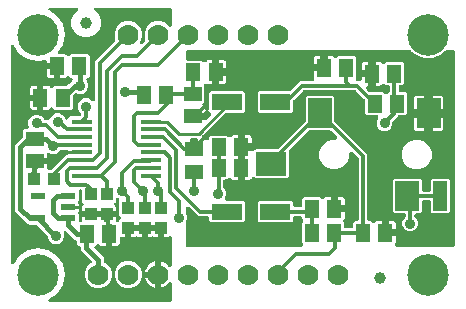
<source format=gbr>
G04 EAGLE Gerber RS-274X export*
G75*
%MOMM*%
%FSLAX34Y34*%
%LPD*%
%INTop Copper*%
%IPPOS*%
%AMOC8*
5,1,8,0,0,1.08239X$1,22.5*%
G01*
%ADD10R,1.750000X0.400000*%
%ADD11R,1.240000X1.500000*%
%ADD12C,1.000000*%
%ADD13C,3.516000*%
%ADD14R,1.200000X0.550000*%
%ADD15R,1.500000X1.240000*%
%ADD16R,2.000000X2.500000*%
%ADD17R,2.500000X2.000000*%
%ADD18R,1.200000X2.500000*%
%ADD19R,2.600000X1.400000*%
%ADD20R,1.300000X1.500000*%
%ADD21R,1.000000X1.075000*%
%ADD22R,1.075000X1.000000*%
%ADD23C,1.778000*%
%ADD24R,1.500000X1.300000*%
%ADD25C,0.304800*%
%ADD26C,0.906400*%
%ADD27C,0.254000*%
%ADD28C,0.406400*%

G36*
X247921Y48770D02*
X247921Y48770D01*
X247930Y48769D01*
X248122Y48790D01*
X248313Y48809D01*
X248322Y48811D01*
X248331Y48812D01*
X248513Y48870D01*
X248698Y48927D01*
X248706Y48931D01*
X248715Y48934D01*
X248883Y49027D01*
X249052Y49119D01*
X249059Y49124D01*
X249067Y49129D01*
X249215Y49254D01*
X249361Y49376D01*
X249367Y49383D01*
X249374Y49389D01*
X249494Y49541D01*
X249614Y49690D01*
X249618Y49698D01*
X249624Y49705D01*
X249711Y49878D01*
X249799Y50047D01*
X249802Y50056D01*
X249806Y50064D01*
X249858Y50249D01*
X249911Y50434D01*
X249911Y50443D01*
X249914Y50452D01*
X249928Y50644D01*
X249944Y50836D01*
X249943Y50844D01*
X249943Y50853D01*
X249919Y51045D01*
X249897Y51235D01*
X249894Y51244D01*
X249893Y51253D01*
X249832Y51434D01*
X249772Y51618D01*
X249767Y51626D01*
X249765Y51634D01*
X249668Y51802D01*
X249574Y51969D01*
X249568Y51976D01*
X249564Y51983D01*
X249349Y52236D01*
X248967Y52618D01*
X248967Y69302D01*
X249349Y69684D01*
X249351Y69687D01*
X249354Y69689D01*
X249362Y69699D01*
X249374Y69709D01*
X249488Y69853D01*
X249604Y69995D01*
X249612Y70011D01*
X249624Y70025D01*
X249707Y70189D01*
X249793Y70351D01*
X249798Y70368D01*
X249806Y70384D01*
X249855Y70561D01*
X249907Y70737D01*
X249909Y70755D01*
X249914Y70772D01*
X249927Y70955D01*
X249944Y71138D01*
X249942Y71156D01*
X249943Y71173D01*
X249920Y71355D01*
X249900Y71538D01*
X249895Y71555D01*
X249893Y71573D01*
X249835Y71746D01*
X249779Y71922D01*
X249770Y71938D01*
X249765Y71954D01*
X249673Y72114D01*
X249584Y72274D01*
X249573Y72288D01*
X249564Y72303D01*
X249349Y72556D01*
X248967Y72938D01*
X248967Y73152D01*
X248966Y73166D01*
X248967Y73179D01*
X248967Y73183D01*
X248967Y73188D01*
X248946Y73370D01*
X248927Y73553D01*
X248922Y73570D01*
X248920Y73587D01*
X248863Y73762D01*
X248809Y73938D01*
X248801Y73953D01*
X248795Y73970D01*
X248705Y74130D01*
X248617Y74292D01*
X248606Y74305D01*
X248597Y74321D01*
X248477Y74460D01*
X248360Y74601D01*
X248346Y74612D01*
X248334Y74626D01*
X248189Y74738D01*
X248046Y74853D01*
X248030Y74861D01*
X248016Y74872D01*
X247851Y74954D01*
X247689Y75039D01*
X247672Y75044D01*
X247656Y75052D01*
X247477Y75099D01*
X247302Y75150D01*
X247284Y75152D01*
X247267Y75156D01*
X246936Y75183D01*
X243304Y75183D01*
X243286Y75181D01*
X243268Y75183D01*
X243086Y75162D01*
X242903Y75143D01*
X242886Y75138D01*
X242869Y75136D01*
X242694Y75079D01*
X242518Y75025D01*
X242503Y75017D01*
X242486Y75011D01*
X242326Y74921D01*
X242164Y74833D01*
X242151Y74822D01*
X242135Y74813D01*
X241996Y74693D01*
X241855Y74576D01*
X241844Y74562D01*
X241830Y74550D01*
X241718Y74405D01*
X241603Y74262D01*
X241595Y74246D01*
X241584Y74232D01*
X241502Y74067D01*
X241417Y73905D01*
X241412Y73888D01*
X241404Y73872D01*
X241356Y73693D01*
X241306Y73518D01*
X241304Y73500D01*
X241300Y73483D01*
X241273Y73152D01*
X241273Y70898D01*
X240082Y69707D01*
X212398Y69707D01*
X211207Y70898D01*
X211207Y86582D01*
X212398Y87773D01*
X240082Y87773D01*
X241273Y86582D01*
X241273Y84328D01*
X241275Y84310D01*
X241273Y84292D01*
X241294Y84110D01*
X241313Y83927D01*
X241318Y83910D01*
X241320Y83893D01*
X241377Y83718D01*
X241431Y83542D01*
X241439Y83527D01*
X241445Y83510D01*
X241535Y83350D01*
X241623Y83188D01*
X241634Y83175D01*
X241643Y83159D01*
X241763Y83020D01*
X241880Y82879D01*
X241894Y82868D01*
X241906Y82854D01*
X242051Y82742D01*
X242194Y82627D01*
X242210Y82619D01*
X242224Y82608D01*
X242389Y82526D01*
X242551Y82441D01*
X242568Y82436D01*
X242584Y82428D01*
X242763Y82381D01*
X242938Y82330D01*
X242956Y82328D01*
X242973Y82324D01*
X243304Y82297D01*
X246936Y82297D01*
X246954Y82299D01*
X246972Y82297D01*
X247154Y82318D01*
X247337Y82337D01*
X247354Y82342D01*
X247371Y82344D01*
X247546Y82401D01*
X247722Y82455D01*
X247737Y82463D01*
X247754Y82469D01*
X247914Y82559D01*
X248076Y82647D01*
X248089Y82658D01*
X248105Y82667D01*
X248244Y82787D01*
X248385Y82904D01*
X248396Y82918D01*
X248410Y82930D01*
X248522Y83075D01*
X248637Y83218D01*
X248645Y83234D01*
X248656Y83248D01*
X248738Y83413D01*
X248823Y83575D01*
X248828Y83592D01*
X248836Y83608D01*
X248883Y83787D01*
X248934Y83962D01*
X248936Y83980D01*
X248940Y83997D01*
X248967Y84328D01*
X248967Y89622D01*
X250158Y90813D01*
X264242Y90813D01*
X264905Y90150D01*
X264923Y90135D01*
X264931Y90126D01*
X265000Y90071D01*
X265078Y89995D01*
X265150Y89949D01*
X265216Y89895D01*
X265237Y89884D01*
X265246Y89876D01*
X265325Y89837D01*
X265417Y89778D01*
X265496Y89746D01*
X265572Y89706D01*
X265595Y89700D01*
X265605Y89694D01*
X265690Y89670D01*
X265792Y89631D01*
X265876Y89616D01*
X265958Y89592D01*
X265981Y89589D01*
X265993Y89586D01*
X266082Y89580D01*
X266188Y89561D01*
X266273Y89563D01*
X266359Y89555D01*
X266382Y89558D01*
X266395Y89557D01*
X266484Y89568D01*
X266591Y89570D01*
X266674Y89589D01*
X266759Y89599D01*
X266781Y89605D01*
X266794Y89607D01*
X266880Y89636D01*
X266983Y89659D01*
X267061Y89694D01*
X267143Y89720D01*
X267162Y89731D01*
X267176Y89735D01*
X267256Y89781D01*
X267351Y89824D01*
X267420Y89873D01*
X267495Y89915D01*
X267511Y89928D01*
X267525Y89936D01*
X267611Y90010D01*
X267678Y90058D01*
X267720Y90102D01*
X267778Y90151D01*
X268440Y90813D01*
X269019Y91148D01*
X269665Y91321D01*
X273101Y91321D01*
X273101Y82348D01*
X273102Y82330D01*
X273101Y82313D01*
X273122Y82130D01*
X273141Y81948D01*
X273146Y81931D01*
X273148Y81913D01*
X273205Y81738D01*
X273259Y81563D01*
X273267Y81547D01*
X273273Y81530D01*
X273363Y81370D01*
X273450Y81209D01*
X273462Y81195D01*
X273471Y81179D01*
X273591Y81040D01*
X273708Y80899D01*
X273722Y80888D01*
X273734Y80875D01*
X273879Y80762D01*
X274022Y80647D01*
X274038Y80639D01*
X274052Y80628D01*
X274217Y80546D01*
X274379Y80462D01*
X274396Y80457D01*
X274412Y80449D01*
X274591Y80401D01*
X274766Y80350D01*
X274784Y80349D01*
X274801Y80344D01*
X275132Y80317D01*
X275237Y80317D01*
X275237Y80212D01*
X275239Y80194D01*
X275237Y80176D01*
X275259Y79994D01*
X275277Y79811D01*
X275282Y79794D01*
X275284Y79777D01*
X275341Y79602D01*
X275395Y79426D01*
X275403Y79411D01*
X275409Y79394D01*
X275499Y79234D01*
X275587Y79072D01*
X275598Y79059D01*
X275607Y79043D01*
X275727Y78904D01*
X275845Y78763D01*
X275858Y78752D01*
X275870Y78738D01*
X276015Y78626D01*
X276158Y78511D01*
X276174Y78503D01*
X276188Y78492D01*
X276353Y78410D01*
X276516Y78325D01*
X276533Y78320D01*
X276549Y78312D01*
X276727Y78264D01*
X276902Y78214D01*
X276920Y78212D01*
X276937Y78208D01*
X277268Y78181D01*
X284941Y78181D01*
X284941Y73445D01*
X284768Y72799D01*
X284433Y72220D01*
X284410Y72197D01*
X284399Y72183D01*
X284385Y72172D01*
X284272Y72028D01*
X284155Y71886D01*
X284147Y71870D01*
X284136Y71856D01*
X284053Y71693D01*
X283967Y71530D01*
X283961Y71513D01*
X283953Y71497D01*
X283904Y71320D01*
X283852Y71144D01*
X283850Y71126D01*
X283845Y71109D01*
X283832Y70926D01*
X283815Y70743D01*
X283817Y70725D01*
X283816Y70707D01*
X283839Y70526D01*
X283859Y70343D01*
X283864Y70326D01*
X283866Y70308D01*
X283925Y70134D01*
X283980Y69959D01*
X283989Y69943D01*
X283995Y69926D01*
X284087Y69767D01*
X284175Y69607D01*
X284187Y69593D01*
X284196Y69577D01*
X284410Y69324D01*
X284433Y69302D01*
X284433Y66548D01*
X284435Y66530D01*
X284433Y66512D01*
X284454Y66330D01*
X284473Y66147D01*
X284478Y66130D01*
X284480Y66113D01*
X284537Y65938D01*
X284591Y65762D01*
X284599Y65747D01*
X284605Y65730D01*
X284695Y65570D01*
X284783Y65408D01*
X284794Y65395D01*
X284803Y65379D01*
X284923Y65240D01*
X285040Y65099D01*
X285054Y65088D01*
X285066Y65074D01*
X285211Y64962D01*
X285354Y64847D01*
X285370Y64839D01*
X285384Y64828D01*
X285549Y64746D01*
X285711Y64661D01*
X285728Y64656D01*
X285744Y64648D01*
X285923Y64601D01*
X286098Y64550D01*
X286116Y64548D01*
X286133Y64544D01*
X286464Y64517D01*
X290116Y64517D01*
X290134Y64519D01*
X290152Y64517D01*
X290334Y64538D01*
X290517Y64557D01*
X290534Y64562D01*
X290551Y64564D01*
X290726Y64621D01*
X290902Y64675D01*
X290917Y64683D01*
X290934Y64689D01*
X291094Y64779D01*
X291256Y64867D01*
X291269Y64878D01*
X291285Y64887D01*
X291424Y65007D01*
X291565Y65124D01*
X291576Y65138D01*
X291590Y65150D01*
X291702Y65295D01*
X291817Y65438D01*
X291825Y65454D01*
X291836Y65468D01*
X291918Y65633D01*
X292003Y65795D01*
X292008Y65812D01*
X292016Y65828D01*
X292063Y66007D01*
X292114Y66182D01*
X292116Y66200D01*
X292120Y66217D01*
X292147Y66548D01*
X292147Y69302D01*
X293338Y70493D01*
X294792Y70493D01*
X294810Y70495D01*
X294828Y70493D01*
X295010Y70514D01*
X295193Y70533D01*
X295210Y70538D01*
X295227Y70540D01*
X295402Y70597D01*
X295578Y70651D01*
X295593Y70659D01*
X295610Y70665D01*
X295770Y70755D01*
X295932Y70843D01*
X295945Y70854D01*
X295961Y70863D01*
X296100Y70983D01*
X296241Y71100D01*
X296252Y71114D01*
X296266Y71126D01*
X296378Y71271D01*
X296493Y71414D01*
X296501Y71430D01*
X296512Y71444D01*
X296594Y71609D01*
X296679Y71771D01*
X296684Y71788D01*
X296692Y71804D01*
X296739Y71983D01*
X296790Y72158D01*
X296792Y72176D01*
X296796Y72193D01*
X296823Y72524D01*
X296823Y123305D01*
X296821Y123332D01*
X296823Y123359D01*
X296801Y123533D01*
X296783Y123706D01*
X296776Y123731D01*
X296772Y123758D01*
X296717Y123924D01*
X296665Y124091D01*
X296652Y124115D01*
X296644Y124140D01*
X296557Y124291D01*
X296473Y124445D01*
X296456Y124465D01*
X296443Y124489D01*
X296228Y124742D01*
X292008Y128962D01*
X292001Y128967D01*
X291996Y128974D01*
X291846Y129095D01*
X291697Y129217D01*
X291689Y129221D01*
X291682Y129227D01*
X291512Y129315D01*
X291341Y129405D01*
X291332Y129408D01*
X291325Y129412D01*
X291140Y129465D01*
X290955Y129520D01*
X290946Y129521D01*
X290938Y129523D01*
X290746Y129539D01*
X290554Y129557D01*
X290545Y129556D01*
X290536Y129556D01*
X290347Y129534D01*
X290154Y129513D01*
X290145Y129510D01*
X290137Y129509D01*
X289955Y129450D01*
X289770Y129392D01*
X289762Y129387D01*
X289754Y129385D01*
X289585Y129290D01*
X289418Y129197D01*
X289411Y129191D01*
X289403Y129187D01*
X289257Y129061D01*
X289111Y128936D01*
X289105Y128929D01*
X289098Y128924D01*
X288981Y128772D01*
X288861Y128620D01*
X288857Y128612D01*
X288852Y128605D01*
X288766Y128433D01*
X288679Y128262D01*
X288676Y128253D01*
X288672Y128245D01*
X288622Y128059D01*
X288571Y127874D01*
X288570Y127865D01*
X288568Y127856D01*
X288541Y127525D01*
X288541Y124505D01*
X286632Y119896D01*
X283104Y116368D01*
X278495Y114459D01*
X273505Y114459D01*
X268896Y116368D01*
X265368Y119896D01*
X263459Y124505D01*
X263459Y129495D01*
X265368Y134104D01*
X268896Y137632D01*
X273505Y139541D01*
X276525Y139541D01*
X276534Y139542D01*
X276543Y139541D01*
X276735Y139562D01*
X276926Y139581D01*
X276935Y139583D01*
X276943Y139584D01*
X277126Y139642D01*
X277311Y139699D01*
X277319Y139703D01*
X277327Y139706D01*
X277496Y139799D01*
X277665Y139891D01*
X277672Y139896D01*
X277680Y139901D01*
X277827Y140025D01*
X277974Y140148D01*
X277980Y140155D01*
X277987Y140161D01*
X278106Y140312D01*
X278227Y140462D01*
X278231Y140470D01*
X278236Y140477D01*
X278324Y140650D01*
X278412Y140819D01*
X278415Y140828D01*
X278419Y140836D01*
X278471Y141022D01*
X278523Y141206D01*
X278524Y141215D01*
X278527Y141224D01*
X278541Y141417D01*
X278556Y141608D01*
X278555Y141616D01*
X278556Y141625D01*
X278532Y141818D01*
X278509Y142007D01*
X278507Y142016D01*
X278506Y142025D01*
X278444Y142208D01*
X278385Y142390D01*
X278380Y142398D01*
X278377Y142406D01*
X278281Y142573D01*
X278187Y142741D01*
X278181Y142748D01*
X278176Y142755D01*
X277962Y143008D01*
X274098Y146872D01*
X274077Y146889D01*
X274059Y146910D01*
X273922Y147016D01*
X273786Y147127D01*
X273762Y147140D01*
X273741Y147156D01*
X273585Y147234D01*
X273430Y147316D01*
X273405Y147324D01*
X273381Y147336D01*
X273212Y147381D01*
X273045Y147431D01*
X273018Y147433D01*
X272992Y147440D01*
X272661Y147467D01*
X255339Y147467D01*
X255312Y147465D01*
X255285Y147467D01*
X255111Y147445D01*
X254938Y147427D01*
X254913Y147420D01*
X254886Y147416D01*
X254720Y147361D01*
X254553Y147309D01*
X254530Y147296D01*
X254504Y147288D01*
X254353Y147201D01*
X254199Y147117D01*
X254179Y147100D01*
X254155Y147087D01*
X253902Y146872D01*
X238128Y131098D01*
X238111Y131077D01*
X238090Y131059D01*
X237983Y130922D01*
X237873Y130786D01*
X237860Y130763D01*
X237844Y130741D01*
X237766Y130584D01*
X237684Y130430D01*
X237676Y130405D01*
X237664Y130381D01*
X237619Y130211D01*
X237569Y130045D01*
X237567Y130018D01*
X237560Y129992D01*
X237533Y129661D01*
X237533Y108658D01*
X236342Y107467D01*
X209658Y107467D01*
X209362Y107763D01*
X209249Y107856D01*
X209140Y107955D01*
X209093Y107983D01*
X209051Y108018D01*
X208921Y108087D01*
X208795Y108162D01*
X208744Y108181D01*
X208695Y108207D01*
X208555Y108248D01*
X208416Y108298D01*
X208362Y108306D01*
X208309Y108321D01*
X208163Y108335D01*
X208018Y108356D01*
X207963Y108353D01*
X207908Y108358D01*
X207762Y108342D01*
X207616Y108334D01*
X207563Y108320D01*
X207508Y108314D01*
X207368Y108270D01*
X207226Y108233D01*
X207177Y108209D01*
X207124Y108193D01*
X206996Y108122D01*
X206864Y108058D01*
X206820Y108025D01*
X206772Y107998D01*
X206660Y107903D01*
X206543Y107814D01*
X206507Y107773D01*
X206465Y107738D01*
X206374Y107622D01*
X206277Y107512D01*
X206249Y107465D01*
X206215Y107422D01*
X206172Y107336D01*
X206161Y107321D01*
X205693Y106510D01*
X205220Y106037D01*
X204641Y105702D01*
X203995Y105529D01*
X200559Y105529D01*
X200559Y114502D01*
X200557Y114520D01*
X200559Y114537D01*
X200538Y114720D01*
X200519Y114902D01*
X200514Y114919D01*
X200512Y114937D01*
X200455Y115112D01*
X200401Y115287D01*
X200393Y115303D01*
X200387Y115320D01*
X200297Y115480D01*
X200251Y115564D01*
X200330Y115723D01*
X200415Y115886D01*
X200420Y115903D01*
X200428Y115919D01*
X200475Y116097D01*
X200526Y116272D01*
X200528Y116290D01*
X200532Y116307D01*
X200559Y116638D01*
X200559Y130251D01*
X207535Y130251D01*
X207561Y130253D01*
X207588Y130251D01*
X207762Y130273D01*
X207935Y130291D01*
X207961Y130298D01*
X207987Y130302D01*
X208153Y130357D01*
X208320Y130409D01*
X208344Y130422D01*
X208369Y130430D01*
X208521Y130517D01*
X208674Y130600D01*
X208695Y130618D01*
X208718Y130631D01*
X208971Y130846D01*
X209658Y131533D01*
X227661Y131533D01*
X227688Y131535D01*
X227715Y131533D01*
X227889Y131555D01*
X228062Y131573D01*
X228087Y131580D01*
X228114Y131584D01*
X228280Y131639D01*
X228447Y131691D01*
X228470Y131704D01*
X228496Y131712D01*
X228647Y131799D01*
X228801Y131883D01*
X228821Y131900D01*
X228845Y131913D01*
X229098Y132128D01*
X251372Y154402D01*
X251389Y154423D01*
X251410Y154441D01*
X251517Y154578D01*
X251627Y154714D01*
X251640Y154737D01*
X251656Y154759D01*
X251734Y154916D01*
X251816Y155070D01*
X251824Y155095D01*
X251836Y155119D01*
X251881Y155289D01*
X251931Y155455D01*
X251933Y155482D01*
X251940Y155508D01*
X251967Y155839D01*
X251967Y175342D01*
X253158Y176533D01*
X274842Y176533D01*
X276033Y175342D01*
X276033Y155839D01*
X276035Y155812D01*
X276033Y155785D01*
X276055Y155611D01*
X276073Y155438D01*
X276080Y155413D01*
X276084Y155386D01*
X276139Y155220D01*
X276191Y155053D01*
X276204Y155030D01*
X276212Y155004D01*
X276299Y154853D01*
X276383Y154699D01*
X276400Y154679D01*
X276413Y154655D01*
X276628Y154402D01*
X303937Y127093D01*
X303937Y72524D01*
X303939Y72506D01*
X303937Y72488D01*
X303958Y72306D01*
X303977Y72123D01*
X303982Y72106D01*
X303984Y72089D01*
X304041Y71914D01*
X304095Y71738D01*
X304103Y71723D01*
X304109Y71706D01*
X304199Y71546D01*
X304287Y71384D01*
X304298Y71371D01*
X304307Y71355D01*
X304427Y71216D01*
X304544Y71075D01*
X304558Y71064D01*
X304570Y71050D01*
X304715Y70938D01*
X304858Y70823D01*
X304874Y70815D01*
X304888Y70804D01*
X305053Y70722D01*
X305215Y70637D01*
X305232Y70632D01*
X305248Y70624D01*
X305427Y70577D01*
X305602Y70526D01*
X305620Y70524D01*
X305637Y70520D01*
X305968Y70493D01*
X307422Y70493D01*
X308085Y69830D01*
X308103Y69815D01*
X308111Y69806D01*
X308170Y69759D01*
X308236Y69694D01*
X308319Y69638D01*
X308396Y69575D01*
X308417Y69564D01*
X308426Y69556D01*
X308494Y69522D01*
X308571Y69471D01*
X308664Y69433D01*
X308752Y69386D01*
X308774Y69380D01*
X308785Y69374D01*
X308858Y69354D01*
X308944Y69319D01*
X309042Y69300D01*
X309138Y69272D01*
X309161Y69269D01*
X309173Y69266D01*
X309249Y69261D01*
X309339Y69243D01*
X309439Y69244D01*
X309539Y69235D01*
X309562Y69238D01*
X309575Y69237D01*
X309651Y69246D01*
X309742Y69247D01*
X309840Y69268D01*
X309939Y69279D01*
X309960Y69285D01*
X309974Y69287D01*
X310048Y69312D01*
X310136Y69330D01*
X310227Y69370D01*
X310323Y69400D01*
X310342Y69411D01*
X310356Y69415D01*
X310424Y69455D01*
X310506Y69490D01*
X310588Y69547D01*
X310675Y69595D01*
X310691Y69608D01*
X310705Y69616D01*
X310777Y69677D01*
X310837Y69719D01*
X310886Y69770D01*
X310958Y69831D01*
X311620Y70493D01*
X312199Y70828D01*
X312845Y71001D01*
X316281Y71001D01*
X316281Y62028D01*
X316282Y62010D01*
X316281Y61993D01*
X316302Y61810D01*
X316321Y61628D01*
X316326Y61611D01*
X316328Y61593D01*
X316385Y61418D01*
X316439Y61243D01*
X316447Y61227D01*
X316453Y61210D01*
X316543Y61050D01*
X316630Y60889D01*
X316642Y60875D01*
X316651Y60859D01*
X316771Y60720D01*
X316888Y60579D01*
X316902Y60568D01*
X316914Y60555D01*
X317059Y60442D01*
X317202Y60327D01*
X317218Y60319D01*
X317232Y60308D01*
X317397Y60226D01*
X317559Y60142D01*
X317576Y60137D01*
X317592Y60129D01*
X317771Y60081D01*
X317946Y60030D01*
X317964Y60029D01*
X317981Y60024D01*
X318312Y59997D01*
X318417Y59997D01*
X318417Y59892D01*
X318419Y59874D01*
X318417Y59856D01*
X318439Y59674D01*
X318457Y59491D01*
X318462Y59474D01*
X318464Y59457D01*
X318521Y59282D01*
X318575Y59106D01*
X318583Y59091D01*
X318589Y59074D01*
X318679Y58914D01*
X318767Y58752D01*
X318778Y58739D01*
X318787Y58723D01*
X318907Y58584D01*
X319025Y58443D01*
X319038Y58432D01*
X319050Y58418D01*
X319195Y58306D01*
X319338Y58191D01*
X319354Y58183D01*
X319368Y58172D01*
X319533Y58090D01*
X319696Y58005D01*
X319713Y58000D01*
X319729Y57992D01*
X319907Y57944D01*
X320082Y57894D01*
X320100Y57892D01*
X320117Y57888D01*
X320448Y57861D01*
X328121Y57861D01*
X328121Y53125D01*
X327948Y52479D01*
X327564Y51816D01*
X327504Y51682D01*
X327437Y51553D01*
X327422Y51499D01*
X327399Y51449D01*
X327366Y51306D01*
X327325Y51166D01*
X327321Y51110D01*
X327309Y51056D01*
X327305Y50910D01*
X327293Y50764D01*
X327299Y50709D01*
X327298Y50654D01*
X327322Y50510D01*
X327339Y50365D01*
X327357Y50312D01*
X327366Y50257D01*
X327419Y50121D01*
X327464Y49982D01*
X327492Y49934D01*
X327512Y49882D01*
X327590Y49759D01*
X327662Y49631D01*
X327699Y49589D01*
X327728Y49542D01*
X327830Y49437D01*
X327925Y49327D01*
X327969Y49293D01*
X328008Y49253D01*
X328128Y49169D01*
X328243Y49080D01*
X328293Y49055D01*
X328339Y49023D01*
X328473Y48966D01*
X328604Y48900D01*
X328658Y48886D01*
X328709Y48864D01*
X328851Y48834D01*
X328993Y48796D01*
X329056Y48791D01*
X329102Y48781D01*
X329186Y48780D01*
X329324Y48769D01*
X376428Y48769D01*
X376446Y48771D01*
X376464Y48769D01*
X376646Y48790D01*
X376829Y48809D01*
X376846Y48814D01*
X376863Y48816D01*
X377038Y48873D01*
X377214Y48927D01*
X377229Y48935D01*
X377246Y48941D01*
X377406Y49031D01*
X377568Y49119D01*
X377581Y49130D01*
X377597Y49139D01*
X377736Y49259D01*
X377877Y49376D01*
X377888Y49390D01*
X377902Y49402D01*
X378014Y49547D01*
X378129Y49690D01*
X378137Y49706D01*
X378148Y49720D01*
X378230Y49885D01*
X378315Y50047D01*
X378320Y50064D01*
X378328Y50081D01*
X378375Y50259D01*
X378426Y50434D01*
X378428Y50452D01*
X378432Y50469D01*
X378459Y50800D01*
X378459Y213360D01*
X378457Y213378D01*
X378459Y213396D01*
X378438Y213578D01*
X378419Y213761D01*
X378414Y213778D01*
X378412Y213795D01*
X378355Y213970D01*
X378301Y214146D01*
X378293Y214161D01*
X378287Y214178D01*
X378197Y214338D01*
X378109Y214500D01*
X378098Y214513D01*
X378089Y214529D01*
X377969Y214668D01*
X377852Y214809D01*
X377838Y214820D01*
X377826Y214834D01*
X377681Y214946D01*
X377538Y215061D01*
X377522Y215069D01*
X377508Y215080D01*
X377343Y215162D01*
X377181Y215247D01*
X377164Y215252D01*
X377148Y215260D01*
X376969Y215307D01*
X376794Y215358D01*
X376776Y215360D01*
X376759Y215364D01*
X376428Y215391D01*
X371115Y215391D01*
X370941Y215374D01*
X370766Y215361D01*
X370741Y215354D01*
X370714Y215351D01*
X370547Y215300D01*
X370379Y215253D01*
X370355Y215241D01*
X370329Y215233D01*
X370175Y215150D01*
X370020Y215071D01*
X369996Y215053D01*
X369975Y215041D01*
X369911Y214988D01*
X369756Y214870D01*
X368293Y213552D01*
X368262Y213518D01*
X368215Y213479D01*
X366708Y211971D01*
X366558Y211891D01*
X366398Y211810D01*
X366379Y211795D01*
X366361Y211786D01*
X366300Y211735D01*
X366134Y211609D01*
X365658Y211180D01*
X361727Y209902D01*
X361666Y209876D01*
X361577Y209847D01*
X359501Y208987D01*
X359232Y208987D01*
X359080Y208972D01*
X358927Y208964D01*
X358874Y208952D01*
X358832Y208947D01*
X358749Y208922D01*
X358604Y208888D01*
X357703Y208595D01*
X354075Y208976D01*
X353993Y208977D01*
X353862Y208987D01*
X351699Y208987D01*
X351199Y209194D01*
X351078Y209231D01*
X350960Y209276D01*
X350874Y209292D01*
X350814Y209311D01*
X350740Y209318D01*
X350634Y209338D01*
X349384Y209469D01*
X346576Y211090D01*
X346497Y211126D01*
X346338Y211208D01*
X344490Y211973D01*
X343919Y212545D01*
X343842Y212608D01*
X343771Y212679D01*
X343669Y212749D01*
X343607Y212800D01*
X343559Y212825D01*
X343498Y212867D01*
X342140Y213651D01*
X341485Y214554D01*
X341361Y214693D01*
X341239Y214834D01*
X341227Y214843D01*
X341217Y214855D01*
X341068Y214967D01*
X340921Y215080D01*
X340907Y215087D01*
X340895Y215097D01*
X340727Y215177D01*
X340561Y215260D01*
X340546Y215264D01*
X340532Y215270D01*
X340353Y215316D01*
X340172Y215364D01*
X340155Y215366D01*
X340141Y215369D01*
X340072Y215372D01*
X339841Y215391D01*
X152400Y215391D01*
X152382Y215389D01*
X152364Y215391D01*
X152182Y215370D01*
X151999Y215351D01*
X151982Y215346D01*
X151965Y215344D01*
X151790Y215287D01*
X151614Y215233D01*
X151599Y215225D01*
X151582Y215219D01*
X151422Y215129D01*
X151260Y215041D01*
X151247Y215030D01*
X151231Y215021D01*
X151092Y214901D01*
X150951Y214784D01*
X150940Y214770D01*
X150927Y214758D01*
X150814Y214613D01*
X150699Y214470D01*
X150691Y214454D01*
X150680Y214440D01*
X150598Y214275D01*
X150513Y214113D01*
X150508Y214096D01*
X150500Y214080D01*
X150452Y213901D01*
X150402Y213726D01*
X150400Y213708D01*
X150396Y213691D01*
X150369Y213360D01*
X150369Y208414D01*
X150371Y208396D01*
X150369Y208378D01*
X150390Y208196D01*
X150409Y208013D01*
X150414Y207996D01*
X150416Y207979D01*
X150473Y207804D01*
X150527Y207628D01*
X150535Y207613D01*
X150541Y207596D01*
X150631Y207436D01*
X150719Y207274D01*
X150730Y207261D01*
X150739Y207245D01*
X150859Y207106D01*
X150976Y206965D01*
X150990Y206954D01*
X151002Y206940D01*
X151147Y206828D01*
X151290Y206713D01*
X151306Y206705D01*
X151320Y206694D01*
X151485Y206612D01*
X151647Y206527D01*
X151664Y206522D01*
X151681Y206514D01*
X151859Y206467D01*
X152034Y206416D01*
X152052Y206414D01*
X152069Y206410D01*
X152400Y206383D01*
X163912Y206383D01*
X164575Y205720D01*
X164593Y205705D01*
X164601Y205696D01*
X164660Y205649D01*
X164726Y205584D01*
X164809Y205528D01*
X164886Y205465D01*
X164907Y205454D01*
X164916Y205446D01*
X164984Y205412D01*
X165061Y205361D01*
X165154Y205323D01*
X165242Y205276D01*
X165264Y205270D01*
X165275Y205264D01*
X165348Y205244D01*
X165434Y205209D01*
X165532Y205190D01*
X165628Y205162D01*
X165651Y205159D01*
X165663Y205156D01*
X165739Y205151D01*
X165829Y205133D01*
X165929Y205134D01*
X166029Y205125D01*
X166052Y205128D01*
X166065Y205127D01*
X166141Y205136D01*
X166232Y205137D01*
X166330Y205158D01*
X166429Y205169D01*
X166450Y205175D01*
X166464Y205177D01*
X166538Y205202D01*
X166626Y205220D01*
X166717Y205260D01*
X166813Y205290D01*
X166832Y205301D01*
X166846Y205305D01*
X166914Y205345D01*
X166996Y205380D01*
X167078Y205437D01*
X167165Y205485D01*
X167181Y205498D01*
X167195Y205506D01*
X167267Y205567D01*
X167327Y205609D01*
X167376Y205660D01*
X167448Y205721D01*
X168110Y206383D01*
X168689Y206718D01*
X169335Y206891D01*
X172771Y206891D01*
X172771Y197918D01*
X172772Y197900D01*
X172771Y197883D01*
X172792Y197700D01*
X172811Y197518D01*
X172816Y197501D01*
X172818Y197483D01*
X172875Y197308D01*
X172929Y197133D01*
X172937Y197117D01*
X172943Y197100D01*
X173033Y196940D01*
X173079Y196856D01*
X173000Y196697D01*
X172915Y196534D01*
X172910Y196517D01*
X172902Y196501D01*
X172854Y196323D01*
X172804Y196148D01*
X172802Y196130D01*
X172798Y196113D01*
X172771Y195782D01*
X172771Y186809D01*
X169335Y186809D01*
X168630Y186998D01*
X168527Y187052D01*
X168473Y187067D01*
X168423Y187090D01*
X168280Y187123D01*
X168140Y187163D01*
X168085Y187168D01*
X168031Y187180D01*
X167884Y187184D01*
X167738Y187196D01*
X167683Y187190D01*
X167628Y187191D01*
X167484Y187166D01*
X167339Y187149D01*
X167286Y187132D01*
X167231Y187123D01*
X167095Y187070D01*
X166956Y187025D01*
X166908Y186997D01*
X166856Y186977D01*
X166733Y186899D01*
X166605Y186827D01*
X166563Y186790D01*
X166517Y186761D01*
X166411Y186659D01*
X166300Y186564D01*
X166267Y186520D01*
X166227Y186481D01*
X166143Y186361D01*
X166054Y186245D01*
X166029Y186196D01*
X165997Y186150D01*
X165939Y186016D01*
X165874Y185885D01*
X165860Y185831D01*
X165838Y185781D01*
X165808Y185638D01*
X165770Y185496D01*
X165765Y185433D01*
X165755Y185387D01*
X165754Y185303D01*
X165743Y185165D01*
X165743Y171368D01*
X165080Y170705D01*
X165065Y170687D01*
X165056Y170679D01*
X165001Y170610D01*
X164925Y170532D01*
X164879Y170460D01*
X164825Y170394D01*
X164814Y170373D01*
X164806Y170364D01*
X164767Y170285D01*
X164708Y170193D01*
X164676Y170114D01*
X164636Y170038D01*
X164630Y170015D01*
X164624Y170005D01*
X164600Y169920D01*
X164561Y169818D01*
X164546Y169734D01*
X164522Y169652D01*
X164519Y169629D01*
X164516Y169617D01*
X164510Y169528D01*
X164491Y169422D01*
X164493Y169337D01*
X164485Y169251D01*
X164488Y169228D01*
X164487Y169215D01*
X164498Y169126D01*
X164500Y169019D01*
X164519Y168936D01*
X164529Y168851D01*
X164535Y168829D01*
X164537Y168816D01*
X164566Y168730D01*
X164589Y168627D01*
X164624Y168549D01*
X164650Y168467D01*
X164661Y168448D01*
X164665Y168434D01*
X164711Y168354D01*
X164754Y168259D01*
X164803Y168190D01*
X164845Y168115D01*
X164858Y168099D01*
X164866Y168085D01*
X164940Y167999D01*
X164988Y167932D01*
X165032Y167890D01*
X165081Y167832D01*
X165743Y167170D01*
X166078Y166591D01*
X166214Y166082D01*
X166262Y165953D01*
X166303Y165822D01*
X166333Y165765D01*
X166356Y165705D01*
X166429Y165589D01*
X166495Y165468D01*
X166536Y165418D01*
X166570Y165364D01*
X166664Y165264D01*
X166752Y165158D01*
X166802Y165118D01*
X166847Y165071D01*
X166959Y164992D01*
X167066Y164906D01*
X167123Y164876D01*
X167176Y164839D01*
X167301Y164784D01*
X167423Y164721D01*
X167485Y164703D01*
X167544Y164677D01*
X167678Y164647D01*
X167772Y164620D01*
X167665Y164585D01*
X167480Y164527D01*
X167472Y164523D01*
X167464Y164520D01*
X167295Y164425D01*
X167128Y164332D01*
X167121Y164326D01*
X167113Y164322D01*
X166967Y164196D01*
X166821Y164072D01*
X166815Y164065D01*
X166808Y164059D01*
X166691Y163907D01*
X166571Y163756D01*
X166567Y163748D01*
X166562Y163741D01*
X166476Y163569D01*
X166389Y163397D01*
X166386Y163388D01*
X166382Y163380D01*
X166332Y163194D01*
X166281Y163009D01*
X166280Y163000D01*
X166278Y162991D01*
X166251Y162661D01*
X166251Y162509D01*
X157278Y162509D01*
X157260Y162507D01*
X157243Y162509D01*
X157060Y162488D01*
X156878Y162469D01*
X156861Y162464D01*
X156843Y162462D01*
X156668Y162405D01*
X156493Y162351D01*
X156477Y162343D01*
X156460Y162337D01*
X156300Y162247D01*
X156139Y162159D01*
X156125Y162148D01*
X156109Y162139D01*
X155970Y162019D01*
X155829Y161902D01*
X155818Y161888D01*
X155805Y161876D01*
X155692Y161731D01*
X155577Y161588D01*
X155569Y161572D01*
X155558Y161558D01*
X155476Y161393D01*
X155392Y161231D01*
X155387Y161214D01*
X155379Y161198D01*
X155331Y161019D01*
X155280Y160844D01*
X155279Y160826D01*
X155274Y160809D01*
X155247Y160478D01*
X155247Y158342D01*
X155249Y158324D01*
X155247Y158306D01*
X155269Y158124D01*
X155287Y157941D01*
X155292Y157924D01*
X155294Y157907D01*
X155351Y157732D01*
X155405Y157556D01*
X155413Y157541D01*
X155419Y157524D01*
X155509Y157364D01*
X155597Y157202D01*
X155608Y157189D01*
X155617Y157173D01*
X155737Y157034D01*
X155855Y156893D01*
X155868Y156882D01*
X155880Y156868D01*
X156025Y156756D01*
X156168Y156641D01*
X156184Y156633D01*
X156198Y156622D01*
X156363Y156540D01*
X156526Y156455D01*
X156543Y156450D01*
X156559Y156442D01*
X156737Y156394D01*
X156912Y156344D01*
X156930Y156342D01*
X156947Y156338D01*
X157278Y156311D01*
X167309Y156311D01*
X167335Y156313D01*
X167362Y156311D01*
X167536Y156333D01*
X167709Y156351D01*
X167735Y156358D01*
X167761Y156362D01*
X167927Y156417D01*
X168094Y156469D01*
X168118Y156482D01*
X168143Y156490D01*
X168295Y156577D01*
X168448Y156660D01*
X168469Y156678D01*
X168492Y156691D01*
X168745Y156906D01*
X171391Y159552D01*
X171402Y159566D01*
X171416Y159577D01*
X171530Y159721D01*
X171646Y159863D01*
X171654Y159879D01*
X171665Y159893D01*
X171749Y160057D01*
X171835Y160219D01*
X171840Y160236D01*
X171848Y160252D01*
X171897Y160429D01*
X171949Y160605D01*
X171951Y160623D01*
X171956Y160640D01*
X171969Y160823D01*
X171986Y161006D01*
X171984Y161024D01*
X171985Y161041D01*
X171962Y161223D01*
X171942Y161406D01*
X171937Y161423D01*
X171935Y161441D01*
X171877Y161614D01*
X171821Y161790D01*
X171812Y161806D01*
X171807Y161822D01*
X171715Y161981D01*
X171626Y162142D01*
X171615Y162156D01*
X171606Y162171D01*
X171391Y162424D01*
X169718Y164097D01*
X169711Y164103D01*
X169706Y164110D01*
X169556Y164230D01*
X169407Y164352D01*
X169399Y164356D01*
X169392Y164362D01*
X169221Y164451D01*
X169051Y164541D01*
X169043Y164543D01*
X169035Y164547D01*
X168849Y164601D01*
X168694Y164647D01*
X168736Y164655D01*
X168863Y164705D01*
X168994Y164748D01*
X169050Y164780D01*
X169110Y164804D01*
X169225Y164878D01*
X169345Y164946D01*
X169393Y164988D01*
X169447Y165023D01*
X169546Y165120D01*
X169650Y165209D01*
X169689Y165260D01*
X169735Y165305D01*
X169812Y165419D01*
X169896Y165527D01*
X169925Y165585D01*
X169961Y165638D01*
X170014Y165765D01*
X170076Y165888D01*
X170092Y165950D01*
X170117Y166009D01*
X170144Y166144D01*
X170180Y166277D01*
X170186Y166350D01*
X170197Y166404D01*
X170197Y166484D01*
X170207Y166607D01*
X170207Y179292D01*
X171398Y180483D01*
X199082Y180483D01*
X200273Y179292D01*
X200273Y163608D01*
X199082Y162417D01*
X184439Y162417D01*
X184413Y162415D01*
X184386Y162417D01*
X184212Y162395D01*
X184039Y162377D01*
X184013Y162370D01*
X183987Y162366D01*
X183821Y162311D01*
X183654Y162259D01*
X183630Y162246D01*
X183605Y162238D01*
X183453Y162151D01*
X183300Y162067D01*
X183279Y162050D01*
X183256Y162037D01*
X183003Y161822D01*
X164905Y143725D01*
X164813Y143611D01*
X164714Y143504D01*
X164686Y143456D01*
X164650Y143413D01*
X164582Y143284D01*
X164506Y143159D01*
X164488Y143106D01*
X164462Y143058D01*
X164420Y142917D01*
X164371Y142780D01*
X164363Y142725D01*
X164347Y142672D01*
X164334Y142526D01*
X164313Y142381D01*
X164316Y142326D01*
X164311Y142271D01*
X164326Y142125D01*
X164334Y141979D01*
X164348Y141926D01*
X164354Y141870D01*
X164398Y141731D01*
X164435Y141589D01*
X164459Y141539D01*
X164475Y141487D01*
X164546Y141359D01*
X164610Y141227D01*
X164644Y141183D01*
X164670Y141134D01*
X164765Y141023D01*
X164853Y140906D01*
X164895Y140869D01*
X164931Y140827D01*
X165046Y140736D01*
X165155Y140640D01*
X165203Y140612D01*
X165247Y140578D01*
X165377Y140511D01*
X165504Y140438D01*
X165563Y140417D01*
X165606Y140395D01*
X165687Y140373D01*
X165816Y140326D01*
X165961Y140288D01*
X166540Y139953D01*
X166760Y139733D01*
X166767Y139728D01*
X166772Y139721D01*
X166922Y139601D01*
X167071Y139478D01*
X167079Y139474D01*
X167086Y139469D01*
X167256Y139380D01*
X167427Y139290D01*
X167435Y139287D01*
X167443Y139283D01*
X167629Y139230D01*
X167813Y139175D01*
X167822Y139174D01*
X167830Y139172D01*
X168022Y139156D01*
X168214Y139139D01*
X168223Y139140D01*
X168232Y139139D01*
X168422Y139161D01*
X168614Y139182D01*
X168623Y139185D01*
X168631Y139186D01*
X168814Y139245D01*
X168998Y139303D01*
X169006Y139308D01*
X169014Y139311D01*
X169181Y139405D01*
X169350Y139498D01*
X169357Y139504D01*
X169365Y139508D01*
X169511Y139635D01*
X169657Y139759D01*
X169663Y139766D01*
X169670Y139772D01*
X169787Y139924D01*
X169907Y140075D01*
X169911Y140083D01*
X169916Y140090D01*
X170002Y140261D01*
X170089Y140434D01*
X170092Y140442D01*
X170096Y140450D01*
X170146Y140637D01*
X170197Y140821D01*
X170198Y140830D01*
X170200Y140839D01*
X170227Y141170D01*
X170227Y141692D01*
X171418Y142883D01*
X185502Y142883D01*
X186165Y142220D01*
X186183Y142205D01*
X186191Y142196D01*
X186250Y142149D01*
X186316Y142084D01*
X186399Y142028D01*
X186476Y141965D01*
X186497Y141954D01*
X186506Y141946D01*
X186574Y141912D01*
X186651Y141861D01*
X186744Y141823D01*
X186832Y141776D01*
X186854Y141770D01*
X186865Y141764D01*
X186938Y141744D01*
X187024Y141709D01*
X187122Y141690D01*
X187218Y141662D01*
X187241Y141659D01*
X187253Y141656D01*
X187329Y141651D01*
X187419Y141633D01*
X187519Y141634D01*
X187619Y141625D01*
X187642Y141628D01*
X187655Y141627D01*
X187731Y141636D01*
X187822Y141637D01*
X187920Y141658D01*
X188019Y141669D01*
X188040Y141675D01*
X188054Y141677D01*
X188128Y141702D01*
X188216Y141720D01*
X188307Y141760D01*
X188403Y141790D01*
X188422Y141801D01*
X188436Y141805D01*
X188504Y141845D01*
X188586Y141880D01*
X188668Y141937D01*
X188755Y141985D01*
X188771Y141998D01*
X188785Y142006D01*
X188857Y142067D01*
X188917Y142109D01*
X188966Y142160D01*
X189038Y142221D01*
X189700Y142883D01*
X190279Y143218D01*
X190925Y143391D01*
X194361Y143391D01*
X194361Y134418D01*
X194362Y134400D01*
X194361Y134383D01*
X194382Y134200D01*
X194401Y134018D01*
X194406Y134001D01*
X194408Y133983D01*
X194465Y133808D01*
X194519Y133633D01*
X194527Y133617D01*
X194533Y133600D01*
X194623Y133440D01*
X194669Y133356D01*
X194590Y133197D01*
X194505Y133034D01*
X194500Y133017D01*
X194492Y133001D01*
X194444Y132823D01*
X194394Y132648D01*
X194392Y132630D01*
X194388Y132613D01*
X194361Y132282D01*
X194361Y116638D01*
X194362Y116620D01*
X194361Y116603D01*
X194382Y116420D01*
X194401Y116238D01*
X194406Y116221D01*
X194408Y116203D01*
X194465Y116028D01*
X194519Y115853D01*
X194527Y115837D01*
X194533Y115820D01*
X194623Y115660D01*
X194669Y115576D01*
X194589Y115416D01*
X194505Y115254D01*
X194500Y115237D01*
X194492Y115221D01*
X194444Y115043D01*
X194394Y114868D01*
X194392Y114850D01*
X194388Y114833D01*
X194361Y114502D01*
X194361Y105529D01*
X190925Y105529D01*
X190279Y105702D01*
X189700Y106037D01*
X189038Y106699D01*
X189025Y106710D01*
X189012Y106725D01*
X188933Y106787D01*
X188862Y106856D01*
X188788Y106903D01*
X188726Y106954D01*
X188713Y106961D01*
X188696Y106974D01*
X188607Y107020D01*
X188523Y107074D01*
X188440Y107106D01*
X188371Y107143D01*
X188357Y107147D01*
X188337Y107157D01*
X188241Y107184D01*
X188148Y107220D01*
X188059Y107236D01*
X187985Y107258D01*
X187971Y107259D01*
X187949Y107265D01*
X187849Y107272D01*
X187751Y107289D01*
X187660Y107287D01*
X187584Y107294D01*
X187571Y107293D01*
X187548Y107294D01*
X187448Y107282D01*
X187349Y107279D01*
X187259Y107259D01*
X187183Y107251D01*
X187172Y107247D01*
X187148Y107244D01*
X187053Y107212D01*
X186956Y107190D01*
X186871Y107152D01*
X186800Y107129D01*
X186789Y107123D01*
X186767Y107116D01*
X186680Y107066D01*
X186589Y107025D01*
X186513Y106971D01*
X186447Y106934D01*
X186438Y106926D01*
X186418Y106915D01*
X186325Y106836D01*
X186261Y106790D01*
X186223Y106749D01*
X186165Y106700D01*
X185502Y106037D01*
X184048Y106037D01*
X184030Y106035D01*
X184012Y106037D01*
X183830Y106016D01*
X183647Y105997D01*
X183630Y105992D01*
X183613Y105990D01*
X183438Y105933D01*
X183262Y105879D01*
X183247Y105871D01*
X183230Y105865D01*
X183070Y105775D01*
X182908Y105687D01*
X182895Y105676D01*
X182879Y105667D01*
X182740Y105547D01*
X182599Y105430D01*
X182588Y105416D01*
X182574Y105404D01*
X182462Y105259D01*
X182347Y105116D01*
X182339Y105100D01*
X182328Y105086D01*
X182246Y104921D01*
X182161Y104759D01*
X182156Y104742D01*
X182148Y104726D01*
X182101Y104547D01*
X182050Y104372D01*
X182048Y104354D01*
X182044Y104337D01*
X182017Y104006D01*
X182017Y99889D01*
X182019Y99862D01*
X182017Y99835D01*
X182039Y99661D01*
X182057Y99488D01*
X182064Y99462D01*
X182068Y99436D01*
X182124Y99269D01*
X182175Y99103D01*
X182188Y99079D01*
X182196Y99054D01*
X182283Y98902D01*
X182367Y98749D01*
X182384Y98729D01*
X182397Y98705D01*
X182612Y98452D01*
X183365Y97699D01*
X184365Y95286D01*
X184365Y92674D01*
X183498Y90581D01*
X183494Y90568D01*
X183488Y90557D01*
X183436Y90377D01*
X183381Y90196D01*
X183380Y90183D01*
X183376Y90170D01*
X183361Y89982D01*
X183343Y89795D01*
X183345Y89782D01*
X183344Y89768D01*
X183365Y89581D01*
X183385Y89395D01*
X183389Y89382D01*
X183390Y89369D01*
X183449Y89190D01*
X183505Y89010D01*
X183511Y88999D01*
X183515Y88986D01*
X183608Y88822D01*
X183698Y88657D01*
X183707Y88647D01*
X183713Y88635D01*
X183836Y88493D01*
X183957Y88349D01*
X183968Y88341D01*
X183976Y88330D01*
X184124Y88216D01*
X184272Y88098D01*
X184284Y88092D01*
X184294Y88084D01*
X184463Y88000D01*
X184630Y87914D01*
X184643Y87910D01*
X184655Y87904D01*
X184838Y87855D01*
X185017Y87804D01*
X185031Y87803D01*
X185044Y87800D01*
X185374Y87773D01*
X199082Y87773D01*
X200273Y86582D01*
X200273Y70898D01*
X199082Y69707D01*
X171398Y69707D01*
X170207Y70898D01*
X170207Y73152D01*
X170206Y73166D01*
X170207Y73179D01*
X170207Y73183D01*
X170207Y73188D01*
X170186Y73370D01*
X170167Y73553D01*
X170162Y73570D01*
X170160Y73587D01*
X170103Y73762D01*
X170049Y73938D01*
X170041Y73953D01*
X170035Y73970D01*
X169945Y74130D01*
X169857Y74292D01*
X169846Y74305D01*
X169837Y74321D01*
X169717Y74460D01*
X169600Y74601D01*
X169586Y74612D01*
X169574Y74626D01*
X169429Y74738D01*
X169286Y74853D01*
X169270Y74861D01*
X169256Y74872D01*
X169091Y74954D01*
X168929Y75039D01*
X168912Y75044D01*
X168896Y75052D01*
X168717Y75099D01*
X168542Y75150D01*
X168524Y75152D01*
X168507Y75156D01*
X168176Y75183D01*
X161087Y75183D01*
X153836Y82434D01*
X153829Y82439D01*
X153824Y82446D01*
X153674Y82567D01*
X153525Y82689D01*
X153517Y82693D01*
X153510Y82699D01*
X153340Y82787D01*
X153169Y82877D01*
X153161Y82880D01*
X153153Y82884D01*
X152968Y82937D01*
X152783Y82992D01*
X152774Y82993D01*
X152766Y82995D01*
X152574Y83011D01*
X152382Y83029D01*
X152373Y83028D01*
X152364Y83028D01*
X152175Y83006D01*
X151982Y82985D01*
X151973Y82982D01*
X151965Y82981D01*
X151783Y82922D01*
X151598Y82864D01*
X151590Y82859D01*
X151582Y82857D01*
X151413Y82762D01*
X151246Y82669D01*
X151239Y82663D01*
X151231Y82659D01*
X151085Y82533D01*
X150939Y82408D01*
X150933Y82401D01*
X150927Y82396D01*
X150808Y82243D01*
X150689Y82092D01*
X150685Y82084D01*
X150680Y82077D01*
X150594Y81905D01*
X150507Y81733D01*
X150504Y81725D01*
X150500Y81717D01*
X150450Y81530D01*
X150399Y81346D01*
X150398Y81337D01*
X150396Y81328D01*
X150369Y80997D01*
X150369Y77726D01*
X150372Y77695D01*
X150370Y77664D01*
X150392Y77494D01*
X150409Y77325D01*
X150418Y77296D01*
X150422Y77265D01*
X150523Y76949D01*
X151345Y74966D01*
X151345Y72354D01*
X150523Y70371D01*
X150514Y70341D01*
X150500Y70313D01*
X150456Y70149D01*
X150407Y69986D01*
X150404Y69955D01*
X150396Y69925D01*
X150369Y69594D01*
X150369Y50800D01*
X150371Y50782D01*
X150369Y50764D01*
X150390Y50582D01*
X150409Y50399D01*
X150414Y50382D01*
X150416Y50365D01*
X150473Y50190D01*
X150527Y50014D01*
X150535Y49999D01*
X150541Y49982D01*
X150631Y49822D01*
X150719Y49660D01*
X150730Y49647D01*
X150739Y49631D01*
X150859Y49492D01*
X150976Y49351D01*
X150990Y49340D01*
X151002Y49327D01*
X151147Y49214D01*
X151290Y49099D01*
X151306Y49091D01*
X151320Y49080D01*
X151485Y48998D01*
X151647Y48913D01*
X151664Y48908D01*
X151681Y48900D01*
X151859Y48852D01*
X152034Y48802D01*
X152052Y48800D01*
X152069Y48796D01*
X152400Y48769D01*
X247913Y48769D01*
X247921Y48770D01*
G37*
G36*
X137278Y2556D02*
X137278Y2556D01*
X137397Y2563D01*
X137435Y2576D01*
X137476Y2581D01*
X137586Y2624D01*
X137699Y2661D01*
X137734Y2683D01*
X137771Y2698D01*
X137867Y2767D01*
X137968Y2831D01*
X137996Y2861D01*
X138029Y2884D01*
X138105Y2976D01*
X138186Y3063D01*
X138206Y3098D01*
X138231Y3129D01*
X138282Y3237D01*
X138340Y3341D01*
X138350Y3381D01*
X138367Y3417D01*
X138389Y3534D01*
X138419Y3649D01*
X138423Y3709D01*
X138427Y3729D01*
X138425Y3750D01*
X138429Y3810D01*
X138429Y17778D01*
X138419Y17857D01*
X138419Y17936D01*
X138409Y17977D01*
X138407Y18009D01*
X138396Y18043D01*
X138389Y18093D01*
X138360Y18167D01*
X138340Y18244D01*
X138317Y18288D01*
X138309Y18311D01*
X138293Y18336D01*
X138272Y18389D01*
X138226Y18453D01*
X138187Y18523D01*
X138149Y18564D01*
X138139Y18580D01*
X138123Y18595D01*
X138086Y18646D01*
X138024Y18697D01*
X137970Y18755D01*
X137917Y18788D01*
X137907Y18798D01*
X137893Y18806D01*
X137841Y18849D01*
X137769Y18883D01*
X137701Y18926D01*
X137638Y18946D01*
X137629Y18951D01*
X137617Y18954D01*
X137553Y18984D01*
X137475Y18999D01*
X137399Y19024D01*
X137329Y19029D01*
X137321Y19031D01*
X137306Y19032D01*
X137241Y19044D01*
X137174Y19040D01*
X137160Y19041D01*
X137156Y19041D01*
X137149Y19040D01*
X137082Y19044D01*
X137003Y19029D01*
X136923Y19024D01*
X136858Y19003D01*
X136840Y19001D01*
X136828Y18996D01*
X136769Y18985D01*
X136697Y18951D01*
X136621Y18926D01*
X136569Y18894D01*
X136545Y18884D01*
X136527Y18872D01*
X136481Y18850D01*
X136420Y18799D01*
X136352Y18756D01*
X136316Y18718D01*
X136287Y18697D01*
X136268Y18674D01*
X136236Y18648D01*
X136135Y18526D01*
X136134Y18525D01*
X136134Y18524D01*
X136133Y18524D01*
X135719Y17953D01*
X134447Y16681D01*
X132991Y15623D01*
X131388Y14807D01*
X129677Y14251D01*
X129499Y14223D01*
X129499Y24170D01*
X129484Y24288D01*
X129477Y24407D01*
X129464Y24445D01*
X129459Y24485D01*
X129416Y24596D01*
X129379Y24709D01*
X129357Y24743D01*
X129342Y24781D01*
X129273Y24877D01*
X129209Y24978D01*
X129179Y25006D01*
X129156Y25038D01*
X129064Y25114D01*
X128977Y25196D01*
X128942Y25215D01*
X128911Y25241D01*
X128803Y25292D01*
X128699Y25349D01*
X128659Y25359D01*
X128623Y25377D01*
X128516Y25397D01*
X128546Y25401D01*
X128656Y25445D01*
X128769Y25481D01*
X128804Y25503D01*
X128841Y25518D01*
X128937Y25588D01*
X129038Y25651D01*
X129066Y25681D01*
X129099Y25705D01*
X129175Y25796D01*
X129256Y25883D01*
X129276Y25918D01*
X129301Y25950D01*
X129352Y26057D01*
X129410Y26162D01*
X129420Y26201D01*
X129437Y26237D01*
X129459Y26354D01*
X129489Y26470D01*
X129493Y26530D01*
X129497Y26550D01*
X129495Y26570D01*
X129497Y26576D01*
X129496Y26583D01*
X129499Y26630D01*
X129499Y36577D01*
X129677Y36549D01*
X131388Y35993D01*
X132991Y35177D01*
X134447Y34119D01*
X135719Y32847D01*
X136133Y32276D01*
X136188Y32218D01*
X136234Y32154D01*
X136296Y32103D01*
X136351Y32045D01*
X136418Y32002D01*
X136479Y31951D01*
X136552Y31917D01*
X136619Y31874D01*
X136695Y31849D01*
X136767Y31816D01*
X136846Y31801D01*
X136922Y31776D01*
X137001Y31771D01*
X137080Y31756D01*
X137159Y31761D01*
X137239Y31756D01*
X137318Y31771D01*
X137397Y31776D01*
X137473Y31800D01*
X137552Y31815D01*
X137624Y31849D01*
X137699Y31874D01*
X137767Y31916D01*
X137839Y31950D01*
X137901Y32001D01*
X137968Y32044D01*
X138023Y32102D01*
X138085Y32153D01*
X138131Y32217D01*
X138186Y32275D01*
X138225Y32345D01*
X138272Y32410D01*
X138301Y32484D01*
X138340Y32554D01*
X138360Y32631D01*
X138389Y32706D01*
X138399Y32785D01*
X138419Y32862D01*
X138429Y33020D01*
X138429Y33021D01*
X138429Y33022D01*
X138429Y57017D01*
X138412Y57154D01*
X138399Y57293D01*
X138392Y57312D01*
X138389Y57332D01*
X138338Y57461D01*
X138291Y57593D01*
X138280Y57609D01*
X138272Y57628D01*
X138191Y57740D01*
X138113Y57856D01*
X138097Y57869D01*
X138086Y57885D01*
X137978Y57974D01*
X137874Y58066D01*
X137856Y58075D01*
X137841Y58088D01*
X137715Y58147D01*
X137591Y58211D01*
X137571Y58215D01*
X137553Y58224D01*
X137417Y58250D01*
X137281Y58280D01*
X137260Y58280D01*
X137241Y58284D01*
X137102Y58275D01*
X136963Y58271D01*
X136943Y58265D01*
X136923Y58264D01*
X136791Y58221D01*
X136657Y58182D01*
X136640Y58172D01*
X136621Y58166D01*
X136503Y58091D01*
X136383Y58021D01*
X136362Y58002D01*
X136352Y57996D01*
X136338Y57981D01*
X136263Y57914D01*
X136100Y57752D01*
X135521Y57417D01*
X134874Y57244D01*
X132039Y57244D01*
X132039Y63930D01*
X132024Y64048D01*
X132017Y64167D01*
X132004Y64205D01*
X131999Y64245D01*
X131956Y64356D01*
X131919Y64469D01*
X131897Y64503D01*
X131882Y64541D01*
X131813Y64637D01*
X131749Y64738D01*
X131719Y64766D01*
X131696Y64798D01*
X131604Y64874D01*
X131517Y64956D01*
X131482Y64975D01*
X131451Y65001D01*
X131343Y65052D01*
X131239Y65109D01*
X131199Y65119D01*
X131163Y65137D01*
X131046Y65159D01*
X130931Y65189D01*
X130871Y65193D01*
X130851Y65196D01*
X130830Y65195D01*
X130770Y65199D01*
X129579Y65199D01*
X129579Y66390D01*
X129564Y66508D01*
X129557Y66627D01*
X129544Y66665D01*
X129539Y66706D01*
X129495Y66816D01*
X129459Y66929D01*
X129437Y66964D01*
X129422Y67001D01*
X129352Y67097D01*
X129289Y67198D01*
X129259Y67226D01*
X129235Y67259D01*
X129144Y67335D01*
X129057Y67416D01*
X129022Y67436D01*
X128990Y67461D01*
X128883Y67512D01*
X128778Y67570D01*
X128739Y67580D01*
X128703Y67597D01*
X128586Y67619D01*
X128470Y67649D01*
X128410Y67653D01*
X128390Y67657D01*
X128370Y67655D01*
X128310Y67659D01*
X116800Y67659D01*
X116682Y67644D01*
X116563Y67637D01*
X116525Y67624D01*
X116485Y67619D01*
X116374Y67576D01*
X116261Y67539D01*
X116227Y67517D01*
X116189Y67502D01*
X116093Y67433D01*
X115992Y67369D01*
X115964Y67339D01*
X115932Y67316D01*
X115856Y67224D01*
X115774Y67137D01*
X115755Y67102D01*
X115729Y67071D01*
X115678Y66963D01*
X115621Y66859D01*
X115611Y66819D01*
X115593Y66783D01*
X115573Y66676D01*
X115569Y66706D01*
X115525Y66816D01*
X115489Y66929D01*
X115467Y66964D01*
X115452Y67001D01*
X115382Y67097D01*
X115319Y67198D01*
X115289Y67226D01*
X115265Y67259D01*
X115174Y67335D01*
X115087Y67416D01*
X115052Y67436D01*
X115020Y67461D01*
X114913Y67512D01*
X114808Y67570D01*
X114769Y67580D01*
X114733Y67597D01*
X114616Y67619D01*
X114500Y67649D01*
X114440Y67653D01*
X114420Y67657D01*
X114400Y67655D01*
X114340Y67659D01*
X102830Y67659D01*
X102712Y67644D01*
X102593Y67637D01*
X102555Y67624D01*
X102515Y67619D01*
X102404Y67576D01*
X102291Y67539D01*
X102257Y67517D01*
X102219Y67502D01*
X102123Y67433D01*
X102022Y67369D01*
X101994Y67339D01*
X101962Y67316D01*
X101886Y67224D01*
X101804Y67137D01*
X101785Y67102D01*
X101759Y67071D01*
X101708Y66963D01*
X101651Y66859D01*
X101641Y66819D01*
X101623Y66783D01*
X101601Y66666D01*
X101571Y66551D01*
X101567Y66491D01*
X101564Y66471D01*
X101565Y66450D01*
X101561Y66390D01*
X101561Y65199D01*
X100370Y65199D01*
X100252Y65184D01*
X100133Y65177D01*
X100095Y65164D01*
X100054Y65159D01*
X99944Y65115D01*
X99831Y65079D01*
X99796Y65057D01*
X99759Y65042D01*
X99662Y64972D01*
X99562Y64909D01*
X99534Y64879D01*
X99501Y64855D01*
X99425Y64764D01*
X99344Y64677D01*
X99324Y64642D01*
X99299Y64610D01*
X99248Y64503D01*
X99190Y64398D01*
X99180Y64359D01*
X99163Y64323D01*
X99141Y64206D01*
X99111Y64090D01*
X99107Y64030D01*
X99103Y64010D01*
X99105Y63990D01*
X99101Y63930D01*
X99101Y57244D01*
X96266Y57244D01*
X96039Y57305D01*
X95914Y57322D01*
X95790Y57346D01*
X95757Y57344D01*
X95723Y57348D01*
X95598Y57334D01*
X95473Y57326D01*
X95441Y57316D01*
X95408Y57312D01*
X95290Y57267D01*
X95171Y57228D01*
X95142Y57210D01*
X95111Y57198D01*
X95008Y57125D01*
X94902Y57058D01*
X94879Y57033D01*
X94851Y57014D01*
X94770Y56918D01*
X94684Y56826D01*
X94668Y56797D01*
X94646Y56771D01*
X94591Y56658D01*
X94530Y56548D01*
X94522Y56515D01*
X94507Y56485D01*
X94482Y56361D01*
X94451Y56240D01*
X94448Y56191D01*
X94444Y56173D01*
X94445Y56151D01*
X94441Y56079D01*
X94441Y51856D01*
X94268Y51209D01*
X93933Y50630D01*
X93460Y50157D01*
X92881Y49822D01*
X92234Y49649D01*
X88239Y49649D01*
X88239Y58420D01*
X88224Y58538D01*
X88217Y58657D01*
X88204Y58695D01*
X88199Y58735D01*
X88155Y58846D01*
X88119Y58959D01*
X88097Y58994D01*
X88082Y59031D01*
X88012Y59127D01*
X87949Y59228D01*
X87919Y59256D01*
X87895Y59288D01*
X87804Y59364D01*
X87717Y59446D01*
X87682Y59465D01*
X87650Y59491D01*
X87543Y59542D01*
X87439Y59599D01*
X87399Y59610D01*
X87363Y59627D01*
X87246Y59649D01*
X87131Y59679D01*
X87070Y59683D01*
X87050Y59687D01*
X87030Y59685D01*
X86970Y59689D01*
X84430Y59689D01*
X84312Y59674D01*
X84193Y59667D01*
X84155Y59654D01*
X84115Y59649D01*
X84004Y59605D01*
X83891Y59569D01*
X83856Y59547D01*
X83819Y59532D01*
X83723Y59462D01*
X83622Y59399D01*
X83594Y59369D01*
X83561Y59345D01*
X83486Y59254D01*
X83404Y59167D01*
X83384Y59132D01*
X83359Y59100D01*
X83308Y58993D01*
X83250Y58889D01*
X83240Y58849D01*
X83223Y58813D01*
X83201Y58696D01*
X83171Y58581D01*
X83167Y58520D01*
X83163Y58500D01*
X83165Y58480D01*
X83164Y58472D01*
X83163Y58468D01*
X83164Y58464D01*
X83161Y58420D01*
X83161Y49649D01*
X79166Y49649D01*
X78519Y49822D01*
X77940Y50157D01*
X77467Y50630D01*
X77367Y50804D01*
X77290Y50904D01*
X77220Y51008D01*
X77195Y51030D01*
X77174Y51057D01*
X77076Y51135D01*
X76982Y51218D01*
X76952Y51234D01*
X76925Y51255D01*
X76810Y51306D01*
X76698Y51363D01*
X76665Y51370D01*
X76635Y51384D01*
X76510Y51405D01*
X76388Y51433D01*
X76354Y51432D01*
X76321Y51437D01*
X76196Y51427D01*
X76070Y51423D01*
X76038Y51414D01*
X76004Y51411D01*
X75885Y51370D01*
X75765Y51335D01*
X75736Y51318D01*
X75704Y51306D01*
X75599Y51237D01*
X75491Y51173D01*
X75454Y51141D01*
X75439Y51131D01*
X75424Y51115D01*
X75370Y51067D01*
X73924Y49621D01*
X73905Y49619D01*
X73886Y49612D01*
X73866Y49609D01*
X73737Y49558D01*
X73606Y49511D01*
X73589Y49500D01*
X73571Y49492D01*
X73458Y49411D01*
X73343Y49333D01*
X73330Y49317D01*
X73313Y49306D01*
X73225Y49198D01*
X73133Y49094D01*
X73123Y49076D01*
X73110Y49061D01*
X73051Y48935D01*
X72988Y48811D01*
X72983Y48791D01*
X72975Y48773D01*
X72949Y48637D01*
X72918Y48501D01*
X72919Y48480D01*
X72915Y48461D01*
X72924Y48322D01*
X72928Y48183D01*
X72934Y48163D01*
X72935Y48143D01*
X72978Y48011D01*
X73016Y47877D01*
X73027Y47860D01*
X73033Y47841D01*
X73107Y47723D01*
X73178Y47603D01*
X73196Y47582D01*
X73203Y47572D01*
X73218Y47558D01*
X73284Y47483D01*
X80773Y39994D01*
X80773Y36727D01*
X80776Y36697D01*
X80774Y36668D01*
X80796Y36540D01*
X80813Y36411D01*
X80823Y36384D01*
X80828Y36354D01*
X80882Y36236D01*
X80930Y36115D01*
X80947Y36091D01*
X80959Y36064D01*
X81040Y35963D01*
X81116Y35858D01*
X81139Y35839D01*
X81158Y35816D01*
X81261Y35738D01*
X81361Y35655D01*
X81388Y35643D01*
X81412Y35625D01*
X81556Y35554D01*
X82675Y35091D01*
X85891Y31875D01*
X87631Y27674D01*
X87631Y23126D01*
X85891Y18925D01*
X82675Y15709D01*
X78474Y13969D01*
X73926Y13969D01*
X69725Y15709D01*
X66509Y18925D01*
X64769Y23126D01*
X64769Y27674D01*
X66509Y31875D01*
X69725Y35090D01*
X70104Y35247D01*
X70147Y35272D01*
X70194Y35289D01*
X70285Y35351D01*
X70380Y35405D01*
X70416Y35439D01*
X70457Y35467D01*
X70530Y35550D01*
X70609Y35626D01*
X70634Y35669D01*
X70667Y35706D01*
X70717Y35804D01*
X70775Y35897D01*
X70789Y35945D01*
X70812Y35989D01*
X70836Y36096D01*
X70868Y36201D01*
X70871Y36251D01*
X70882Y36299D01*
X70878Y36409D01*
X70884Y36519D01*
X70873Y36568D01*
X70872Y36617D01*
X70841Y36723D01*
X70819Y36830D01*
X70797Y36875D01*
X70784Y36923D01*
X70728Y37017D01*
X70680Y37116D01*
X70647Y37154D01*
X70622Y37197D01*
X70516Y37318D01*
X61467Y46366D01*
X61467Y48380D01*
X61452Y48498D01*
X61445Y48617D01*
X61432Y48655D01*
X61427Y48696D01*
X61384Y48806D01*
X61347Y48919D01*
X61325Y48954D01*
X61310Y48991D01*
X61241Y49087D01*
X61177Y49188D01*
X61147Y49216D01*
X61124Y49249D01*
X61032Y49325D01*
X60945Y49406D01*
X60910Y49426D01*
X60879Y49451D01*
X60771Y49502D01*
X60667Y49560D01*
X60627Y49570D01*
X60591Y49587D01*
X60474Y49609D01*
X60359Y49639D01*
X60299Y49643D01*
X60279Y49647D01*
X60258Y49645D01*
X60198Y49649D01*
X59448Y49649D01*
X57959Y51138D01*
X57959Y53848D01*
X57944Y53966D01*
X57937Y54085D01*
X57924Y54123D01*
X57919Y54164D01*
X57876Y54274D01*
X57839Y54387D01*
X57817Y54422D01*
X57802Y54459D01*
X57733Y54555D01*
X57669Y54656D01*
X57639Y54684D01*
X57616Y54717D01*
X57524Y54793D01*
X57437Y54874D01*
X57402Y54894D01*
X57371Y54919D01*
X57263Y54970D01*
X57159Y55028D01*
X57119Y55038D01*
X57083Y55055D01*
X56966Y55077D01*
X56851Y55107D01*
X56791Y55111D01*
X56771Y55115D01*
X56750Y55113D01*
X56690Y55117D01*
X56526Y55117D01*
X49323Y62320D01*
X49268Y62363D01*
X49219Y62413D01*
X49143Y62460D01*
X49072Y62515D01*
X49008Y62543D01*
X48948Y62579D01*
X48862Y62606D01*
X48780Y62641D01*
X48711Y62652D01*
X48644Y62673D01*
X48555Y62677D01*
X48466Y62691D01*
X48396Y62685D01*
X48327Y62688D01*
X48239Y62670D01*
X48149Y62662D01*
X48083Y62638D01*
X48015Y62624D01*
X47935Y62584D01*
X47850Y62554D01*
X47792Y62515D01*
X47729Y62484D01*
X47661Y62426D01*
X47587Y62375D01*
X47541Y62323D01*
X47487Y62278D01*
X47436Y62204D01*
X47376Y62137D01*
X47344Y62075D01*
X47304Y62018D01*
X47273Y61934D01*
X47232Y61854D01*
X47216Y61786D01*
X47192Y61720D01*
X47182Y61631D01*
X47162Y61543D01*
X47164Y61474D01*
X47156Y61404D01*
X47169Y61315D01*
X47172Y61225D01*
X47191Y61158D01*
X47201Y61089D01*
X47253Y60937D01*
X47713Y59827D01*
X47713Y57013D01*
X46636Y54414D01*
X44646Y52424D01*
X42047Y51347D01*
X39233Y51347D01*
X36634Y52424D01*
X34644Y54414D01*
X33567Y57013D01*
X33567Y57589D01*
X33555Y57687D01*
X33552Y57786D01*
X33535Y57845D01*
X33527Y57905D01*
X33491Y57997D01*
X33463Y58092D01*
X33433Y58144D01*
X33410Y58200D01*
X33352Y58280D01*
X33302Y58366D01*
X33236Y58441D01*
X33224Y58458D01*
X33214Y58466D01*
X33196Y58487D01*
X24295Y67388D01*
X24216Y67448D01*
X24144Y67516D01*
X24091Y67545D01*
X24043Y67582D01*
X23952Y67622D01*
X23866Y67670D01*
X23807Y67685D01*
X23752Y67709D01*
X23654Y67724D01*
X23558Y67749D01*
X23458Y67755D01*
X23437Y67759D01*
X23425Y67757D01*
X23397Y67759D01*
X18047Y67759D01*
X17700Y68105D01*
X17622Y68166D01*
X17550Y68234D01*
X17497Y68263D01*
X17449Y68300D01*
X17358Y68340D01*
X17271Y68388D01*
X17213Y68403D01*
X17157Y68427D01*
X17059Y68442D01*
X16964Y68467D01*
X16864Y68473D01*
X16843Y68477D01*
X16831Y68475D01*
X16803Y68477D01*
X16496Y68477D01*
X5587Y79386D01*
X5587Y135244D01*
X12448Y142104D01*
X12508Y142183D01*
X12576Y142255D01*
X12605Y142308D01*
X12642Y142356D01*
X12682Y142447D01*
X12730Y142533D01*
X12745Y142592D01*
X12769Y142647D01*
X12784Y142745D01*
X12809Y142841D01*
X12815Y142941D01*
X12819Y142962D01*
X12817Y142974D01*
X12819Y143002D01*
X12819Y147562D01*
X14308Y149051D01*
X16488Y149051D01*
X16538Y149057D01*
X16587Y149055D01*
X16695Y149077D01*
X16804Y149091D01*
X16850Y149109D01*
X16899Y149119D01*
X16998Y149167D01*
X17100Y149208D01*
X17140Y149237D01*
X17184Y149259D01*
X17268Y149330D01*
X17357Y149394D01*
X17389Y149433D01*
X17426Y149465D01*
X17490Y149555D01*
X17560Y149639D01*
X17581Y149684D01*
X17609Y149725D01*
X17648Y149828D01*
X17695Y149927D01*
X17705Y149976D01*
X17722Y150022D01*
X17734Y150132D01*
X17755Y150239D01*
X17752Y150289D01*
X17757Y150338D01*
X17742Y150447D01*
X17735Y150557D01*
X17720Y150604D01*
X17713Y150653D01*
X17661Y150806D01*
X17057Y152263D01*
X17057Y155077D01*
X18134Y157676D01*
X20124Y159666D01*
X22723Y160743D01*
X25537Y160743D01*
X28136Y159666D01*
X30126Y157676D01*
X30303Y157248D01*
X30318Y157223D01*
X30327Y157195D01*
X30396Y157085D01*
X30461Y156972D01*
X30481Y156951D01*
X30497Y156926D01*
X30592Y156837D01*
X30682Y156744D01*
X30707Y156728D01*
X30729Y156708D01*
X30843Y156645D01*
X30953Y156577D01*
X30981Y156569D01*
X31007Y156554D01*
X31133Y156522D01*
X31257Y156484D01*
X31287Y156482D01*
X31315Y156475D01*
X31476Y156465D01*
X33649Y156465D01*
X33660Y156460D01*
X33710Y156452D01*
X33757Y156436D01*
X33866Y156427D01*
X33974Y156410D01*
X34024Y156414D01*
X34074Y156410D01*
X34182Y156429D01*
X34291Y156440D01*
X34338Y156456D01*
X34387Y156465D01*
X34487Y156510D01*
X34590Y156547D01*
X34632Y156575D01*
X34677Y156595D01*
X34763Y156664D01*
X34853Y156726D01*
X34887Y156763D01*
X34925Y156794D01*
X34991Y156882D01*
X35064Y156964D01*
X35087Y157008D01*
X35117Y157048D01*
X35188Y157193D01*
X35914Y158946D01*
X37904Y160936D01*
X40503Y162013D01*
X43317Y162013D01*
X45916Y160936D01*
X47906Y158946D01*
X48507Y157494D01*
X48542Y157434D01*
X48568Y157369D01*
X48620Y157296D01*
X48665Y157218D01*
X48713Y157168D01*
X48754Y157112D01*
X48824Y157054D01*
X48886Y156990D01*
X48946Y156953D01*
X48999Y156909D01*
X49081Y156870D01*
X49157Y156824D01*
X49224Y156803D01*
X49287Y156773D01*
X49375Y156756D01*
X49461Y156730D01*
X49531Y156727D01*
X49600Y156713D01*
X49689Y156719D01*
X49779Y156715D01*
X49847Y156729D01*
X49917Y156733D01*
X50002Y156761D01*
X50090Y156779D01*
X50153Y156810D01*
X50219Y156831D01*
X50295Y156879D01*
X50376Y156919D01*
X50429Y156964D01*
X50488Y157001D01*
X50550Y157067D01*
X50618Y157125D01*
X50658Y157182D01*
X50706Y157233D01*
X50749Y157312D01*
X50801Y157385D01*
X50826Y157450D01*
X50860Y157512D01*
X50882Y157598D01*
X50914Y157683D01*
X50922Y157752D01*
X50939Y157819D01*
X50943Y157876D01*
X52438Y159371D01*
X60507Y159371D01*
X60605Y159383D01*
X60704Y159386D01*
X60762Y159403D01*
X60822Y159411D01*
X60914Y159447D01*
X61009Y159475D01*
X61061Y159505D01*
X61118Y159528D01*
X61198Y159586D01*
X61283Y159636D01*
X61359Y159702D01*
X61375Y159714D01*
X61383Y159724D01*
X61404Y159742D01*
X61604Y159942D01*
X61664Y160020D01*
X61732Y160092D01*
X61761Y160145D01*
X61798Y160193D01*
X61838Y160284D01*
X61886Y160371D01*
X61901Y160429D01*
X61925Y160485D01*
X61940Y160583D01*
X61965Y160679D01*
X61971Y160779D01*
X61975Y160799D01*
X61973Y160811D01*
X61975Y160839D01*
X61975Y161177D01*
X61963Y161275D01*
X61960Y161374D01*
X61943Y161432D01*
X61935Y161492D01*
X61899Y161584D01*
X61871Y161679D01*
X61841Y161732D01*
X61818Y161788D01*
X61760Y161868D01*
X61710Y161953D01*
X61665Y162005D01*
X61664Y162005D01*
X61664Y162006D01*
X61644Y162029D01*
X61632Y162045D01*
X61622Y162053D01*
X61604Y162074D01*
X60044Y163634D01*
X58967Y166233D01*
X58967Y169047D01*
X60044Y171646D01*
X62034Y173636D01*
X64633Y174713D01*
X67447Y174713D01*
X70046Y173636D01*
X71239Y172444D01*
X71348Y172359D01*
X71455Y172270D01*
X71474Y172261D01*
X71490Y172249D01*
X71617Y172194D01*
X71743Y172134D01*
X71763Y172131D01*
X71782Y172123D01*
X71920Y172101D01*
X72056Y172075D01*
X72076Y172076D01*
X72096Y172073D01*
X72235Y172086D01*
X72373Y172094D01*
X72392Y172101D01*
X72412Y172102D01*
X72544Y172150D01*
X72675Y172192D01*
X72693Y172203D01*
X72712Y172210D01*
X72827Y172288D01*
X72944Y172363D01*
X72958Y172377D01*
X72975Y172389D01*
X73067Y172493D01*
X73162Y172594D01*
X73172Y172612D01*
X73185Y172627D01*
X73249Y172751D01*
X73316Y172873D01*
X73321Y172892D01*
X73330Y172910D01*
X73360Y173046D01*
X73395Y173181D01*
X73397Y173209D01*
X73400Y173221D01*
X73399Y173241D01*
X73405Y173341D01*
X73405Y206154D01*
X90568Y223316D01*
X90586Y223340D01*
X90609Y223359D01*
X90683Y223465D01*
X90763Y223568D01*
X90775Y223595D01*
X90792Y223619D01*
X90838Y223740D01*
X90889Y223859D01*
X90894Y223889D01*
X90904Y223916D01*
X90919Y224045D01*
X90939Y224174D01*
X90936Y224203D01*
X90940Y224232D01*
X90921Y224361D01*
X90909Y224490D01*
X90899Y224518D01*
X90895Y224547D01*
X90843Y224700D01*
X90169Y226326D01*
X90169Y230874D01*
X91909Y235075D01*
X95125Y238291D01*
X99326Y240031D01*
X103874Y240031D01*
X108075Y238291D01*
X111291Y235075D01*
X113031Y230874D01*
X113031Y226326D01*
X111267Y222069D01*
X111249Y222002D01*
X111221Y221938D01*
X111207Y221849D01*
X111183Y221762D01*
X111182Y221693D01*
X111171Y221624D01*
X111180Y221534D01*
X111178Y221444D01*
X111195Y221376D01*
X111201Y221307D01*
X111232Y221222D01*
X111252Y221135D01*
X111285Y221073D01*
X111309Y221008D01*
X111359Y220933D01*
X111401Y220854D01*
X111448Y220802D01*
X111487Y220745D01*
X111555Y220685D01*
X111615Y220619D01*
X111673Y220580D01*
X111726Y220534D01*
X111806Y220493D01*
X111881Y220444D01*
X111947Y220421D01*
X112009Y220389D01*
X112097Y220370D01*
X112182Y220341D01*
X112251Y220335D01*
X112319Y220320D01*
X112409Y220323D01*
X112499Y220315D01*
X112567Y220327D01*
X112637Y220329D01*
X112723Y220354D01*
X112812Y220370D01*
X112876Y220399D01*
X112943Y220418D01*
X113020Y220464D01*
X113102Y220500D01*
X113156Y220544D01*
X113217Y220579D01*
X113337Y220686D01*
X115968Y223316D01*
X115986Y223340D01*
X116009Y223359D01*
X116083Y223465D01*
X116163Y223568D01*
X116175Y223595D01*
X116192Y223619D01*
X116238Y223740D01*
X116289Y223859D01*
X116294Y223889D01*
X116304Y223916D01*
X116319Y224045D01*
X116339Y224174D01*
X116336Y224203D01*
X116340Y224232D01*
X116321Y224361D01*
X116309Y224490D01*
X116299Y224518D01*
X116295Y224547D01*
X116243Y224700D01*
X115569Y226326D01*
X115569Y230874D01*
X117309Y235075D01*
X120525Y238291D01*
X124726Y240031D01*
X129274Y240031D01*
X133475Y238291D01*
X136263Y235503D01*
X136372Y235418D01*
X136479Y235329D01*
X136498Y235320D01*
X136514Y235308D01*
X136642Y235253D01*
X136767Y235194D01*
X136787Y235190D01*
X136806Y235182D01*
X136944Y235160D01*
X137080Y235134D01*
X137100Y235135D01*
X137120Y235132D01*
X137259Y235145D01*
X137397Y235154D01*
X137416Y235160D01*
X137436Y235162D01*
X137568Y235209D01*
X137699Y235252D01*
X137717Y235262D01*
X137736Y235269D01*
X137851Y235347D01*
X137968Y235422D01*
X137982Y235437D01*
X137999Y235448D01*
X138091Y235552D01*
X138186Y235653D01*
X138196Y235671D01*
X138209Y235686D01*
X138273Y235810D01*
X138340Y235932D01*
X138345Y235951D01*
X138354Y235970D01*
X138384Y236105D01*
X138419Y236240D01*
X138421Y236268D01*
X138424Y236280D01*
X138423Y236300D01*
X138429Y236400D01*
X138429Y250190D01*
X138414Y250308D01*
X138407Y250427D01*
X138394Y250465D01*
X138389Y250506D01*
X138346Y250616D01*
X138309Y250729D01*
X138287Y250764D01*
X138272Y250801D01*
X138203Y250897D01*
X138139Y250998D01*
X138109Y251026D01*
X138086Y251059D01*
X137994Y251135D01*
X137907Y251216D01*
X137872Y251236D01*
X137841Y251261D01*
X137733Y251312D01*
X137629Y251370D01*
X137589Y251380D01*
X137553Y251397D01*
X137436Y251419D01*
X137321Y251449D01*
X137261Y251453D01*
X137241Y251457D01*
X137220Y251455D01*
X137160Y251459D01*
X74140Y251459D01*
X74003Y251442D01*
X73864Y251429D01*
X73845Y251422D01*
X73825Y251419D01*
X73696Y251368D01*
X73565Y251321D01*
X73548Y251310D01*
X73529Y251302D01*
X73417Y251221D01*
X73301Y251143D01*
X73288Y251127D01*
X73272Y251116D01*
X73183Y251008D01*
X73091Y250904D01*
X73082Y250886D01*
X73069Y250871D01*
X73010Y250745D01*
X72946Y250621D01*
X72942Y250601D01*
X72933Y250583D01*
X72907Y250447D01*
X72877Y250311D01*
X72877Y250290D01*
X72874Y250271D01*
X72882Y250132D01*
X72886Y249993D01*
X72892Y249973D01*
X72893Y249953D01*
X72936Y249821D01*
X72975Y249687D01*
X72985Y249670D01*
X72991Y249651D01*
X73066Y249533D01*
X73136Y249413D01*
X73155Y249392D01*
X73161Y249382D01*
X73176Y249368D01*
X73243Y249293D01*
X76672Y245864D01*
X78581Y241255D01*
X78581Y236265D01*
X76672Y231656D01*
X73144Y228128D01*
X68535Y226219D01*
X63545Y226219D01*
X58936Y228128D01*
X55408Y231656D01*
X53499Y236265D01*
X53499Y241255D01*
X55408Y245864D01*
X58837Y249293D01*
X58923Y249402D01*
X59011Y249509D01*
X59020Y249528D01*
X59032Y249544D01*
X59088Y249672D01*
X59147Y249797D01*
X59150Y249817D01*
X59159Y249836D01*
X59180Y249974D01*
X59206Y250110D01*
X59205Y250130D01*
X59208Y250150D01*
X59195Y250289D01*
X59187Y250427D01*
X59180Y250446D01*
X59179Y250466D01*
X59131Y250598D01*
X59089Y250729D01*
X59078Y250747D01*
X59071Y250766D01*
X58993Y250881D01*
X58919Y250998D01*
X58904Y251012D01*
X58892Y251029D01*
X58788Y251121D01*
X58687Y251216D01*
X58669Y251226D01*
X58654Y251239D01*
X58530Y251303D01*
X58408Y251370D01*
X58389Y251375D01*
X58371Y251384D01*
X58235Y251414D01*
X58100Y251449D01*
X58072Y251451D01*
X58060Y251454D01*
X58040Y251453D01*
X57940Y251459D01*
X35404Y251459D01*
X35300Y251446D01*
X35196Y251442D01*
X35143Y251426D01*
X35089Y251419D01*
X34992Y251381D01*
X34891Y251351D01*
X34844Y251323D01*
X34793Y251302D01*
X34708Y251241D01*
X34619Y251187D01*
X34580Y251148D01*
X34535Y251116D01*
X34469Y251035D01*
X34396Y250961D01*
X34368Y250913D01*
X34333Y250871D01*
X34288Y250776D01*
X34236Y250686D01*
X34221Y250633D01*
X34197Y250583D01*
X34178Y250480D01*
X34149Y250380D01*
X34148Y250325D01*
X34137Y250271D01*
X34144Y250166D01*
X34141Y250062D01*
X34154Y250008D01*
X34157Y249953D01*
X34189Y249854D01*
X34213Y249752D01*
X34238Y249703D01*
X34255Y249651D01*
X34311Y249562D01*
X34359Y249470D01*
X34396Y249428D01*
X34425Y249382D01*
X34501Y249310D01*
X34571Y249232D01*
X34641Y249179D01*
X34657Y249164D01*
X34670Y249157D01*
X34699Y249135D01*
X41434Y244634D01*
X46350Y237278D01*
X48076Y228600D01*
X46350Y219922D01*
X42356Y213945D01*
X42349Y213932D01*
X42340Y213921D01*
X42278Y213790D01*
X42214Y213661D01*
X42211Y213646D01*
X42204Y213633D01*
X42177Y213492D01*
X42147Y213350D01*
X42147Y213335D01*
X42145Y213320D01*
X42154Y213177D01*
X42159Y213032D01*
X42163Y213018D01*
X42164Y213003D01*
X42209Y212866D01*
X42250Y212727D01*
X42258Y212715D01*
X42262Y212701D01*
X42340Y212579D01*
X42414Y212455D01*
X42425Y212444D01*
X42433Y212432D01*
X42538Y212333D01*
X42641Y212231D01*
X42653Y212224D01*
X42664Y212214D01*
X42791Y212144D01*
X42915Y212072D01*
X42930Y212068D01*
X42943Y212060D01*
X43083Y212024D01*
X43221Y211985D01*
X43236Y211985D01*
X43251Y211981D01*
X43411Y211971D01*
X47834Y211971D01*
X48481Y211798D01*
X49060Y211463D01*
X49533Y210990D01*
X49633Y210816D01*
X49710Y210716D01*
X49780Y210612D01*
X49805Y210590D01*
X49826Y210563D01*
X49924Y210485D01*
X50018Y210402D01*
X50048Y210386D01*
X50075Y210365D01*
X50190Y210314D01*
X50302Y210257D01*
X50335Y210250D01*
X50365Y210236D01*
X50490Y210215D01*
X50612Y210187D01*
X50646Y210188D01*
X50679Y210183D01*
X50804Y210193D01*
X50930Y210197D01*
X50962Y210206D01*
X50996Y210209D01*
X51115Y210250D01*
X51235Y210285D01*
X51264Y210302D01*
X51296Y210314D01*
X51401Y210383D01*
X51509Y210447D01*
X51546Y210479D01*
X51561Y210489D01*
X51576Y210505D01*
X51630Y210553D01*
X53048Y211971D01*
X67552Y211971D01*
X69041Y210482D01*
X69041Y193378D01*
X67552Y191889D01*
X67419Y191872D01*
X67281Y191859D01*
X67262Y191852D01*
X67242Y191849D01*
X67112Y191798D01*
X66982Y191751D01*
X66965Y191740D01*
X66946Y191732D01*
X66834Y191651D01*
X66719Y191573D01*
X66705Y191557D01*
X66689Y191546D01*
X66600Y191438D01*
X66508Y191334D01*
X66499Y191316D01*
X66486Y191301D01*
X66427Y191175D01*
X66363Y191051D01*
X66359Y191031D01*
X66350Y191013D01*
X66324Y190877D01*
X66294Y190741D01*
X66294Y190720D01*
X66291Y190701D01*
X66299Y190562D01*
X66303Y190423D01*
X66309Y190403D01*
X66310Y190383D01*
X66353Y190251D01*
X66392Y190117D01*
X66402Y190100D01*
X66408Y190081D01*
X66483Y189963D01*
X66553Y189843D01*
X66572Y189822D01*
X66579Y189812D01*
X66593Y189798D01*
X66660Y189722D01*
X66956Y189426D01*
X68033Y186827D01*
X68033Y184013D01*
X66956Y181414D01*
X64966Y179424D01*
X62367Y178347D01*
X59553Y178347D01*
X57742Y179097D01*
X57714Y179105D01*
X57688Y179119D01*
X57561Y179147D01*
X57436Y179181D01*
X57406Y179182D01*
X57377Y179188D01*
X57247Y179184D01*
X57118Y179186D01*
X57089Y179179D01*
X57059Y179179D01*
X56934Y179142D01*
X56808Y179112D01*
X56782Y179098D01*
X56754Y179090D01*
X56642Y179024D01*
X56527Y178963D01*
X56505Y178944D01*
X56480Y178929D01*
X56359Y178822D01*
X55443Y177906D01*
X55382Y177828D01*
X55314Y177755D01*
X55285Y177702D01*
X55248Y177654D01*
X55208Y177564D01*
X55160Y177477D01*
X55145Y177418D01*
X55121Y177363D01*
X55106Y177265D01*
X55081Y177169D01*
X55075Y177069D01*
X55071Y177048D01*
X55073Y177036D01*
X55071Y177008D01*
X55071Y166708D01*
X53582Y165219D01*
X39078Y165219D01*
X37660Y166637D01*
X37561Y166714D01*
X37466Y166796D01*
X37436Y166811D01*
X37409Y166832D01*
X37293Y166882D01*
X37181Y166938D01*
X37148Y166945D01*
X37117Y166958D01*
X36993Y166978D01*
X36870Y167004D01*
X36836Y167003D01*
X36803Y167008D01*
X36678Y166996D01*
X36552Y166991D01*
X36520Y166981D01*
X36486Y166978D01*
X36368Y166935D01*
X36248Y166899D01*
X36219Y166882D01*
X36187Y166870D01*
X36083Y166800D01*
X35975Y166735D01*
X35952Y166711D01*
X35924Y166692D01*
X35841Y166598D01*
X35753Y166508D01*
X35726Y166467D01*
X35713Y166453D01*
X35704Y166434D01*
X35663Y166374D01*
X35563Y166200D01*
X35090Y165727D01*
X34511Y165392D01*
X33864Y165219D01*
X29869Y165219D01*
X29869Y173990D01*
X29854Y174108D01*
X29847Y174227D01*
X29834Y174265D01*
X29829Y174305D01*
X29785Y174416D01*
X29749Y174529D01*
X29727Y174564D01*
X29712Y174601D01*
X29642Y174697D01*
X29579Y174798D01*
X29549Y174826D01*
X29525Y174858D01*
X29434Y174934D01*
X29347Y175016D01*
X29312Y175035D01*
X29280Y175061D01*
X29173Y175112D01*
X29069Y175169D01*
X29029Y175180D01*
X28993Y175197D01*
X28876Y175219D01*
X28761Y175249D01*
X28700Y175253D01*
X28680Y175257D01*
X28660Y175255D01*
X28600Y175259D01*
X27329Y175259D01*
X27329Y175261D01*
X28600Y175261D01*
X28718Y175276D01*
X28837Y175283D01*
X28875Y175296D01*
X28915Y175301D01*
X29026Y175345D01*
X29139Y175381D01*
X29174Y175403D01*
X29211Y175418D01*
X29307Y175488D01*
X29408Y175551D01*
X29436Y175581D01*
X29468Y175605D01*
X29544Y175696D01*
X29626Y175783D01*
X29645Y175818D01*
X29671Y175850D01*
X29722Y175957D01*
X29779Y176061D01*
X29790Y176101D01*
X29807Y176137D01*
X29829Y176254D01*
X29859Y176369D01*
X29863Y176430D01*
X29867Y176450D01*
X29865Y176470D01*
X29869Y176530D01*
X29869Y185301D01*
X33864Y185301D01*
X34511Y185128D01*
X35090Y184793D01*
X35563Y184320D01*
X35663Y184146D01*
X35740Y184046D01*
X35810Y183942D01*
X35835Y183920D01*
X35856Y183893D01*
X35954Y183815D01*
X36048Y183732D01*
X36078Y183716D01*
X36105Y183695D01*
X36220Y183644D01*
X36332Y183587D01*
X36365Y183580D01*
X36395Y183566D01*
X36520Y183545D01*
X36642Y183517D01*
X36676Y183518D01*
X36709Y183513D01*
X36834Y183523D01*
X36960Y183527D01*
X36992Y183536D01*
X37026Y183539D01*
X37145Y183580D01*
X37265Y183615D01*
X37294Y183632D01*
X37326Y183644D01*
X37431Y183713D01*
X37539Y183777D01*
X37576Y183809D01*
X37591Y183819D01*
X37606Y183835D01*
X37660Y183883D01*
X39078Y185301D01*
X49378Y185301D01*
X49476Y185313D01*
X49575Y185316D01*
X49634Y185333D01*
X49694Y185341D01*
X49786Y185377D01*
X49881Y185405D01*
X49933Y185435D01*
X49989Y185458D01*
X50070Y185516D01*
X50155Y185566D01*
X50230Y185632D01*
X50247Y185644D01*
X50254Y185653D01*
X50259Y185656D01*
X50262Y185661D01*
X50276Y185673D01*
X51545Y186942D01*
X51546Y186942D01*
X54326Y189723D01*
X54411Y189832D01*
X54500Y189939D01*
X54508Y189958D01*
X54521Y189974D01*
X54576Y190102D01*
X54635Y190227D01*
X54639Y190247D01*
X54647Y190266D01*
X54669Y190404D01*
X54695Y190540D01*
X54694Y190560D01*
X54697Y190580D01*
X54684Y190719D01*
X54675Y190857D01*
X54669Y190876D01*
X54667Y190896D01*
X54620Y191028D01*
X54577Y191159D01*
X54566Y191177D01*
X54559Y191196D01*
X54481Y191311D01*
X54407Y191428D01*
X54392Y191442D01*
X54381Y191459D01*
X54277Y191551D01*
X54175Y191646D01*
X54158Y191656D01*
X54142Y191669D01*
X54018Y191733D01*
X53897Y191800D01*
X53877Y191805D01*
X53859Y191814D01*
X53723Y191844D01*
X53589Y191879D01*
X53561Y191881D01*
X53549Y191884D01*
X53528Y191883D01*
X53428Y191889D01*
X53048Y191889D01*
X51630Y193307D01*
X51531Y193384D01*
X51436Y193466D01*
X51406Y193481D01*
X51379Y193502D01*
X51263Y193552D01*
X51151Y193608D01*
X51118Y193615D01*
X51087Y193628D01*
X50963Y193648D01*
X50840Y193674D01*
X50806Y193673D01*
X50773Y193678D01*
X50648Y193666D01*
X50522Y193661D01*
X50490Y193651D01*
X50456Y193648D01*
X50338Y193605D01*
X50218Y193569D01*
X50189Y193552D01*
X50157Y193540D01*
X50053Y193470D01*
X49945Y193405D01*
X49922Y193381D01*
X49894Y193362D01*
X49811Y193268D01*
X49723Y193178D01*
X49696Y193137D01*
X49683Y193123D01*
X49674Y193104D01*
X49633Y193044D01*
X49533Y192870D01*
X49060Y192397D01*
X48481Y192062D01*
X47834Y191889D01*
X43839Y191889D01*
X43839Y200660D01*
X43824Y200778D01*
X43817Y200897D01*
X43804Y200935D01*
X43799Y200975D01*
X43755Y201086D01*
X43719Y201199D01*
X43697Y201234D01*
X43682Y201271D01*
X43612Y201367D01*
X43549Y201468D01*
X43519Y201496D01*
X43495Y201528D01*
X43404Y201604D01*
X43317Y201686D01*
X43282Y201705D01*
X43250Y201731D01*
X43143Y201782D01*
X43039Y201839D01*
X42999Y201850D01*
X42963Y201867D01*
X42846Y201889D01*
X42731Y201919D01*
X42670Y201923D01*
X42650Y201927D01*
X42630Y201925D01*
X42570Y201929D01*
X41299Y201929D01*
X41299Y203200D01*
X41284Y203318D01*
X41277Y203437D01*
X41264Y203475D01*
X41259Y203515D01*
X41215Y203626D01*
X41179Y203739D01*
X41157Y203774D01*
X41142Y203811D01*
X41072Y203907D01*
X41009Y204008D01*
X40979Y204036D01*
X40955Y204068D01*
X40864Y204144D01*
X40777Y204226D01*
X40742Y204245D01*
X40710Y204271D01*
X40603Y204322D01*
X40499Y204379D01*
X40459Y204390D01*
X40423Y204407D01*
X40306Y204429D01*
X40191Y204459D01*
X40130Y204463D01*
X40110Y204467D01*
X40090Y204465D01*
X40030Y204469D01*
X32559Y204469D01*
X32559Y205802D01*
X32549Y205885D01*
X32548Y205970D01*
X32529Y206042D01*
X32519Y206117D01*
X32488Y206196D01*
X32467Y206277D01*
X32430Y206343D01*
X32402Y206413D01*
X32353Y206481D01*
X32312Y206555D01*
X32260Y206609D01*
X32216Y206670D01*
X32150Y206724D01*
X32092Y206785D01*
X32029Y206825D01*
X31971Y206873D01*
X31894Y206909D01*
X31823Y206954D01*
X31751Y206976D01*
X31683Y207009D01*
X31600Y207024D01*
X31520Y207050D01*
X31444Y207054D01*
X31371Y207068D01*
X31286Y207063D01*
X31202Y207068D01*
X31062Y207049D01*
X31053Y207049D01*
X31050Y207047D01*
X31042Y207046D01*
X25400Y205924D01*
X16722Y207650D01*
X9366Y212566D01*
X4865Y219301D01*
X4797Y219380D01*
X4736Y219464D01*
X4693Y219500D01*
X4657Y219541D01*
X4571Y219601D01*
X4491Y219667D01*
X4441Y219691D01*
X4395Y219722D01*
X4297Y219758D01*
X4203Y219803D01*
X4149Y219813D01*
X4097Y219832D01*
X3993Y219843D01*
X3890Y219863D01*
X3835Y219859D01*
X3781Y219865D01*
X3677Y219849D01*
X3573Y219843D01*
X3521Y219826D01*
X3466Y219818D01*
X3370Y219777D01*
X3271Y219745D01*
X3224Y219715D01*
X3173Y219694D01*
X3090Y219631D01*
X3002Y219575D01*
X2964Y219535D01*
X2920Y219501D01*
X2855Y219419D01*
X2784Y219343D01*
X2757Y219295D01*
X2723Y219252D01*
X2681Y219156D01*
X2630Y219065D01*
X2617Y219011D01*
X2594Y218961D01*
X2577Y218858D01*
X2551Y218757D01*
X2545Y218668D01*
X2542Y218647D01*
X2543Y218632D01*
X2541Y218596D01*
X2541Y35404D01*
X2554Y35300D01*
X2558Y35196D01*
X2574Y35143D01*
X2581Y35089D01*
X2619Y34992D01*
X2649Y34891D01*
X2677Y34844D01*
X2698Y34793D01*
X2759Y34708D01*
X2813Y34619D01*
X2852Y34580D01*
X2884Y34535D01*
X2965Y34469D01*
X3039Y34396D01*
X3087Y34368D01*
X3129Y34333D01*
X3224Y34288D01*
X3314Y34236D01*
X3367Y34221D01*
X3417Y34197D01*
X3520Y34178D01*
X3620Y34149D01*
X3675Y34148D01*
X3729Y34137D01*
X3834Y34144D01*
X3938Y34141D01*
X3992Y34154D01*
X4047Y34157D01*
X4146Y34189D01*
X4248Y34213D01*
X4297Y34238D01*
X4349Y34255D01*
X4438Y34311D01*
X4530Y34359D01*
X4572Y34396D01*
X4618Y34425D01*
X4690Y34501D01*
X4768Y34571D01*
X4821Y34641D01*
X4836Y34657D01*
X4843Y34670D01*
X4865Y34699D01*
X9366Y41434D01*
X16722Y46350D01*
X25400Y48076D01*
X34078Y46350D01*
X41434Y41434D01*
X46350Y34078D01*
X48076Y25400D01*
X46350Y16722D01*
X41434Y9366D01*
X34699Y4865D01*
X34620Y4797D01*
X34535Y4736D01*
X34500Y4693D01*
X34459Y4657D01*
X34399Y4571D01*
X34333Y4491D01*
X34309Y4441D01*
X34278Y4395D01*
X34242Y4297D01*
X34197Y4203D01*
X34187Y4149D01*
X34168Y4097D01*
X34157Y3993D01*
X34137Y3890D01*
X34141Y3835D01*
X34135Y3781D01*
X34151Y3677D01*
X34157Y3573D01*
X34174Y3521D01*
X34182Y3466D01*
X34223Y3370D01*
X34255Y3271D01*
X34285Y3224D01*
X34306Y3173D01*
X34369Y3090D01*
X34425Y3002D01*
X34465Y2964D01*
X34499Y2920D01*
X34581Y2855D01*
X34657Y2784D01*
X34705Y2757D01*
X34748Y2723D01*
X34844Y2681D01*
X34935Y2630D01*
X34989Y2617D01*
X35039Y2594D01*
X35142Y2577D01*
X35243Y2551D01*
X35331Y2545D01*
X35353Y2542D01*
X35368Y2543D01*
X35404Y2541D01*
X137160Y2541D01*
X137278Y2556D01*
G37*
%LPC*%
G36*
X317464Y147105D02*
X317464Y147105D01*
X315051Y148105D01*
X313205Y149951D01*
X312205Y152364D01*
X312205Y154976D01*
X313243Y157482D01*
X313251Y157491D01*
X313255Y157499D01*
X313261Y157506D01*
X313349Y157676D01*
X313439Y157847D01*
X313442Y157855D01*
X313446Y157863D01*
X313500Y158049D01*
X313554Y158232D01*
X313555Y158241D01*
X313558Y158250D01*
X313573Y158442D01*
X313591Y158633D01*
X313590Y158643D01*
X313590Y158652D01*
X313568Y158842D01*
X313547Y159034D01*
X313545Y159042D01*
X313544Y159051D01*
X313485Y159232D01*
X313426Y159418D01*
X313422Y159425D01*
X313419Y159434D01*
X313324Y159601D01*
X313231Y159770D01*
X313225Y159777D01*
X313221Y159785D01*
X313096Y159930D01*
X312971Y160077D01*
X312964Y160083D01*
X312958Y160090D01*
X312806Y160207D01*
X312655Y160327D01*
X312647Y160331D01*
X312640Y160336D01*
X312467Y160422D01*
X312296Y160509D01*
X312287Y160511D01*
X312279Y160516D01*
X312091Y160566D01*
X311908Y160617D01*
X311899Y160618D01*
X311890Y160620D01*
X311559Y160647D01*
X303498Y160647D01*
X302307Y161838D01*
X302307Y172541D01*
X302305Y172568D01*
X302307Y172595D01*
X302285Y172769D01*
X302267Y172942D01*
X302260Y172967D01*
X302256Y172994D01*
X302201Y173160D01*
X302149Y173327D01*
X302136Y173350D01*
X302128Y173376D01*
X302041Y173527D01*
X301957Y173681D01*
X301940Y173701D01*
X301927Y173725D01*
X301712Y173978D01*
X294422Y181268D01*
X294401Y181285D01*
X294383Y181306D01*
X294246Y181413D01*
X294110Y181523D01*
X294087Y181536D01*
X294065Y181552D01*
X293908Y181630D01*
X293754Y181712D01*
X293729Y181720D01*
X293705Y181732D01*
X293535Y181777D01*
X293369Y181827D01*
X293342Y181829D01*
X293316Y181836D01*
X292985Y181863D01*
X251235Y181863D01*
X251208Y181861D01*
X251181Y181863D01*
X251007Y181841D01*
X250834Y181823D01*
X250809Y181816D01*
X250782Y181812D01*
X250616Y181757D01*
X250449Y181705D01*
X250426Y181692D01*
X250400Y181684D01*
X250249Y181597D01*
X250095Y181513D01*
X250075Y181496D01*
X250051Y181483D01*
X249798Y181268D01*
X241868Y173338D01*
X241851Y173317D01*
X241830Y173299D01*
X241723Y173162D01*
X241613Y173026D01*
X241600Y173003D01*
X241584Y172981D01*
X241506Y172824D01*
X241424Y172670D01*
X241416Y172645D01*
X241404Y172621D01*
X241359Y172451D01*
X241309Y172285D01*
X241307Y172258D01*
X241300Y172232D01*
X241273Y171901D01*
X241273Y163608D01*
X240082Y162417D01*
X212398Y162417D01*
X211207Y163608D01*
X211207Y179292D01*
X212398Y180483D01*
X238111Y180483D01*
X238138Y180485D01*
X238165Y180483D01*
X238339Y180505D01*
X238512Y180523D01*
X238537Y180530D01*
X238564Y180534D01*
X238730Y180589D01*
X238897Y180641D01*
X238920Y180654D01*
X238946Y180662D01*
X239097Y180749D01*
X239251Y180833D01*
X239271Y180850D01*
X239295Y180863D01*
X239548Y181078D01*
X247447Y188977D01*
X257123Y188977D01*
X257268Y188991D01*
X257415Y188998D01*
X257469Y189011D01*
X257524Y189017D01*
X257664Y189060D01*
X257806Y189095D01*
X257856Y189118D01*
X257909Y189135D01*
X258038Y189205D01*
X258170Y189267D01*
X258214Y189300D01*
X258263Y189327D01*
X258375Y189420D01*
X258492Y189508D01*
X258529Y189549D01*
X258572Y189584D01*
X258664Y189698D01*
X258761Y189807D01*
X258790Y189855D01*
X258824Y189898D01*
X258892Y190028D01*
X258966Y190154D01*
X258984Y190206D01*
X259010Y190255D01*
X259050Y190396D01*
X259098Y190534D01*
X259106Y190589D01*
X259121Y190642D01*
X259133Y190788D01*
X259153Y190933D01*
X259150Y190988D01*
X259154Y191044D01*
X259137Y191189D01*
X259128Y191335D01*
X259114Y191388D01*
X259107Y191443D01*
X259062Y191582D01*
X259024Y191724D01*
X258997Y191781D01*
X258982Y191826D01*
X258941Y191899D01*
X258882Y192024D01*
X258792Y192179D01*
X258619Y192825D01*
X258619Y197561D01*
X266292Y197561D01*
X266310Y197562D01*
X266327Y197561D01*
X266510Y197582D01*
X266692Y197601D01*
X266709Y197606D01*
X266727Y197608D01*
X266902Y197665D01*
X267077Y197719D01*
X267093Y197727D01*
X267110Y197733D01*
X267270Y197823D01*
X267431Y197910D01*
X267445Y197922D01*
X267461Y197931D01*
X267600Y198051D01*
X267741Y198168D01*
X267752Y198182D01*
X267765Y198194D01*
X267878Y198339D01*
X267993Y198482D01*
X268001Y198498D01*
X268012Y198512D01*
X268094Y198677D01*
X268178Y198839D01*
X268183Y198856D01*
X268191Y198872D01*
X268239Y199051D01*
X268290Y199226D01*
X268291Y199244D01*
X268296Y199261D01*
X268323Y199592D01*
X268323Y199697D01*
X268428Y199697D01*
X268446Y199699D01*
X268464Y199697D01*
X268646Y199719D01*
X268829Y199737D01*
X268846Y199742D01*
X268863Y199744D01*
X269038Y199801D01*
X269214Y199855D01*
X269229Y199863D01*
X269246Y199869D01*
X269406Y199959D01*
X269568Y200047D01*
X269581Y200058D01*
X269597Y200067D01*
X269736Y200187D01*
X269877Y200305D01*
X269888Y200318D01*
X269902Y200330D01*
X270014Y200475D01*
X270129Y200618D01*
X270137Y200634D01*
X270148Y200648D01*
X270230Y200813D01*
X270315Y200976D01*
X270320Y200993D01*
X270328Y201009D01*
X270375Y201187D01*
X270426Y201362D01*
X270428Y201380D01*
X270432Y201397D01*
X270459Y201728D01*
X270459Y210701D01*
X273895Y210701D01*
X274541Y210528D01*
X275120Y210193D01*
X275782Y209531D01*
X275795Y209520D01*
X275808Y209505D01*
X275887Y209443D01*
X275958Y209374D01*
X276032Y209327D01*
X276094Y209276D01*
X276107Y209269D01*
X276124Y209256D01*
X276213Y209210D01*
X276297Y209156D01*
X276380Y209124D01*
X276449Y209087D01*
X276463Y209083D01*
X276483Y209073D01*
X276579Y209046D01*
X276672Y209010D01*
X276761Y208994D01*
X276835Y208972D01*
X276849Y208971D01*
X276871Y208965D01*
X276971Y208958D01*
X277069Y208941D01*
X277160Y208943D01*
X277236Y208936D01*
X277249Y208937D01*
X277272Y208936D01*
X277372Y208948D01*
X277471Y208951D01*
X277561Y208971D01*
X277637Y208979D01*
X277648Y208983D01*
X277672Y208986D01*
X277767Y209018D01*
X277864Y209040D01*
X277949Y209078D01*
X278020Y209101D01*
X278031Y209107D01*
X278053Y209114D01*
X278140Y209164D01*
X278231Y209205D01*
X278307Y209259D01*
X278373Y209296D01*
X278382Y209304D01*
X278402Y209315D01*
X278495Y209394D01*
X278559Y209440D01*
X278597Y209481D01*
X278655Y209530D01*
X279318Y210193D01*
X293402Y210193D01*
X294593Y209002D01*
X294593Y192290D01*
X294586Y192282D01*
X294464Y192133D01*
X294460Y192125D01*
X294454Y192118D01*
X294366Y191948D01*
X294275Y191777D01*
X294273Y191768D01*
X294269Y191761D01*
X294215Y191576D01*
X294161Y191391D01*
X294160Y191382D01*
X294157Y191374D01*
X294141Y191181D01*
X294124Y190990D01*
X294125Y190981D01*
X294124Y190972D01*
X294147Y190783D01*
X294168Y190590D01*
X294170Y190581D01*
X294171Y190573D01*
X294231Y190389D01*
X294289Y190206D01*
X294293Y190198D01*
X294296Y190190D01*
X294392Y190021D01*
X294484Y189854D01*
X294490Y189847D01*
X294494Y189839D01*
X294620Y189694D01*
X294744Y189547D01*
X294751Y189541D01*
X294757Y189534D01*
X294908Y189417D01*
X295060Y189297D01*
X295068Y189293D01*
X295075Y189288D01*
X295247Y189202D01*
X295419Y189115D01*
X295428Y189112D01*
X295436Y189108D01*
X295624Y189058D01*
X295807Y189007D01*
X295816Y189006D01*
X295825Y189004D01*
X296155Y188977D01*
X297228Y188977D01*
X297246Y188979D01*
X297264Y188977D01*
X297446Y188998D01*
X297629Y189017D01*
X297646Y189022D01*
X297663Y189024D01*
X297838Y189081D01*
X298014Y189135D01*
X298029Y189143D01*
X298046Y189149D01*
X298206Y189239D01*
X298368Y189327D01*
X298381Y189338D01*
X298397Y189347D01*
X298536Y189467D01*
X298677Y189584D01*
X298688Y189598D01*
X298702Y189610D01*
X298814Y189755D01*
X298929Y189898D01*
X298937Y189914D01*
X298948Y189928D01*
X299030Y190093D01*
X299115Y190255D01*
X299120Y190272D01*
X299128Y190288D01*
X299175Y190467D01*
X299226Y190642D01*
X299228Y190660D01*
X299232Y190677D01*
X299259Y191008D01*
X299259Y192481D01*
X304901Y192481D01*
X304901Y185518D01*
X304714Y185499D01*
X304705Y185497D01*
X304697Y185496D01*
X304514Y185438D01*
X304329Y185381D01*
X304321Y185377D01*
X304313Y185374D01*
X304144Y185281D01*
X303975Y185189D01*
X303968Y185184D01*
X303960Y185179D01*
X303813Y185054D01*
X303666Y184932D01*
X303660Y184925D01*
X303653Y184919D01*
X303533Y184766D01*
X303413Y184618D01*
X303409Y184610D01*
X303404Y184603D01*
X303316Y184431D01*
X303228Y184261D01*
X303225Y184252D01*
X303221Y184244D01*
X303170Y184058D01*
X303117Y183874D01*
X303116Y183865D01*
X303113Y183856D01*
X303099Y183664D01*
X303084Y183472D01*
X303085Y183464D01*
X303084Y183455D01*
X303108Y183262D01*
X303131Y183073D01*
X303133Y183064D01*
X303134Y183055D01*
X303196Y182872D01*
X303255Y182690D01*
X303260Y182682D01*
X303263Y182674D01*
X303358Y182508D01*
X303453Y182339D01*
X303459Y182332D01*
X303464Y182325D01*
X303678Y182072D01*
X305442Y180308D01*
X305463Y180291D01*
X305481Y180270D01*
X305618Y180164D01*
X305754Y180053D01*
X305778Y180040D01*
X305799Y180024D01*
X305955Y179946D01*
X306110Y179864D01*
X306135Y179856D01*
X306159Y179844D01*
X306328Y179799D01*
X306495Y179749D01*
X306522Y179747D01*
X306548Y179740D01*
X306879Y179713D01*
X317582Y179713D01*
X318604Y178691D01*
X318617Y178680D01*
X318629Y178666D01*
X318774Y178551D01*
X318915Y178436D01*
X318931Y178428D01*
X318945Y178417D01*
X319110Y178333D01*
X319271Y178247D01*
X319288Y178242D01*
X319304Y178234D01*
X319481Y178185D01*
X319657Y178133D01*
X319675Y178131D01*
X319692Y178126D01*
X319875Y178113D01*
X320058Y178096D01*
X320075Y178098D01*
X320093Y178097D01*
X320275Y178120D01*
X320458Y178140D01*
X320475Y178145D01*
X320493Y178147D01*
X320667Y178206D01*
X320842Y178261D01*
X320857Y178270D01*
X320874Y178275D01*
X321033Y178367D01*
X321194Y178456D01*
X321208Y178467D01*
X321223Y178476D01*
X321476Y178691D01*
X322848Y180063D01*
X322865Y180084D01*
X322886Y180101D01*
X322993Y180239D01*
X323103Y180375D01*
X323116Y180398D01*
X323132Y180419D01*
X323210Y180576D01*
X323292Y180730D01*
X323300Y180756D01*
X323312Y180780D01*
X323357Y180949D01*
X323407Y181116D01*
X323409Y181143D01*
X323416Y181169D01*
X323443Y181499D01*
X323443Y184016D01*
X323441Y184034D01*
X323443Y184052D01*
X323422Y184234D01*
X323403Y184417D01*
X323398Y184434D01*
X323396Y184451D01*
X323339Y184626D01*
X323285Y184802D01*
X323277Y184817D01*
X323271Y184834D01*
X323181Y184994D01*
X323093Y185156D01*
X323082Y185169D01*
X323073Y185185D01*
X322953Y185324D01*
X322836Y185465D01*
X322822Y185476D01*
X322810Y185490D01*
X322665Y185602D01*
X322522Y185717D01*
X322506Y185725D01*
X322492Y185736D01*
X322327Y185818D01*
X322165Y185903D01*
X322148Y185908D01*
X322132Y185916D01*
X321953Y185963D01*
X321778Y186014D01*
X321760Y186016D01*
X321743Y186020D01*
X321412Y186047D01*
X319958Y186047D01*
X319295Y186710D01*
X319277Y186725D01*
X319269Y186734D01*
X319210Y186781D01*
X319144Y186846D01*
X319061Y186902D01*
X318984Y186965D01*
X318963Y186976D01*
X318954Y186984D01*
X318886Y187018D01*
X318809Y187069D01*
X318716Y187107D01*
X318628Y187154D01*
X318606Y187160D01*
X318595Y187166D01*
X318522Y187186D01*
X318436Y187221D01*
X318338Y187240D01*
X318242Y187268D01*
X318219Y187271D01*
X318207Y187274D01*
X318131Y187279D01*
X318041Y187297D01*
X317941Y187296D01*
X317841Y187305D01*
X317818Y187302D01*
X317805Y187303D01*
X317729Y187294D01*
X317638Y187293D01*
X317540Y187272D01*
X317441Y187261D01*
X317420Y187255D01*
X317406Y187253D01*
X317332Y187228D01*
X317244Y187210D01*
X317153Y187170D01*
X317057Y187140D01*
X317038Y187129D01*
X317024Y187125D01*
X316956Y187085D01*
X316874Y187050D01*
X316792Y186993D01*
X316705Y186945D01*
X316689Y186932D01*
X316675Y186924D01*
X316603Y186863D01*
X316543Y186821D01*
X316494Y186770D01*
X316422Y186709D01*
X315760Y186047D01*
X315181Y185712D01*
X314535Y185539D01*
X311099Y185539D01*
X311099Y194512D01*
X311097Y194530D01*
X311099Y194547D01*
X311078Y194730D01*
X311059Y194912D01*
X311054Y194929D01*
X311052Y194947D01*
X310995Y195122D01*
X310941Y195297D01*
X310933Y195313D01*
X310927Y195330D01*
X310837Y195490D01*
X310791Y195574D01*
X310870Y195733D01*
X310955Y195896D01*
X310960Y195913D01*
X310968Y195929D01*
X311015Y196107D01*
X311066Y196282D01*
X311068Y196300D01*
X311072Y196317D01*
X311099Y196648D01*
X311099Y205621D01*
X314535Y205621D01*
X315181Y205448D01*
X315760Y205113D01*
X316422Y204451D01*
X316435Y204440D01*
X316448Y204425D01*
X316527Y204363D01*
X316598Y204294D01*
X316672Y204247D01*
X316734Y204196D01*
X316747Y204189D01*
X316764Y204176D01*
X316853Y204130D01*
X316937Y204076D01*
X317020Y204044D01*
X317089Y204007D01*
X317103Y204003D01*
X317123Y203993D01*
X317219Y203966D01*
X317312Y203930D01*
X317401Y203914D01*
X317475Y203892D01*
X317489Y203891D01*
X317511Y203885D01*
X317611Y203878D01*
X317709Y203861D01*
X317800Y203863D01*
X317876Y203856D01*
X317889Y203857D01*
X317912Y203856D01*
X318012Y203868D01*
X318111Y203871D01*
X318201Y203891D01*
X318277Y203899D01*
X318288Y203903D01*
X318312Y203906D01*
X318407Y203938D01*
X318504Y203960D01*
X318589Y203998D01*
X318660Y204021D01*
X318671Y204027D01*
X318693Y204034D01*
X318780Y204084D01*
X318871Y204125D01*
X318947Y204179D01*
X319013Y204216D01*
X319022Y204224D01*
X319042Y204235D01*
X319135Y204314D01*
X319199Y204360D01*
X319237Y204401D01*
X319295Y204450D01*
X319958Y205113D01*
X334042Y205113D01*
X335233Y203922D01*
X335233Y187238D01*
X334042Y186047D01*
X332588Y186047D01*
X332570Y186045D01*
X332552Y186047D01*
X332370Y186026D01*
X332187Y186007D01*
X332170Y186002D01*
X332153Y186000D01*
X331978Y185943D01*
X331802Y185889D01*
X331787Y185881D01*
X331770Y185875D01*
X331610Y185785D01*
X331448Y185697D01*
X331435Y185686D01*
X331419Y185677D01*
X331280Y185557D01*
X331139Y185440D01*
X331128Y185426D01*
X331114Y185414D01*
X331002Y185269D01*
X330887Y185126D01*
X330879Y185110D01*
X330868Y185096D01*
X330786Y184931D01*
X330701Y184769D01*
X330696Y184752D01*
X330688Y184736D01*
X330641Y184557D01*
X330590Y184382D01*
X330588Y184364D01*
X330584Y184347D01*
X330557Y184016D01*
X330557Y181744D01*
X330559Y181726D01*
X330557Y181708D01*
X330578Y181526D01*
X330597Y181343D01*
X330602Y181326D01*
X330604Y181309D01*
X330661Y181134D01*
X330715Y180958D01*
X330723Y180943D01*
X330729Y180926D01*
X330819Y180765D01*
X330907Y180604D01*
X330918Y180591D01*
X330927Y180575D01*
X331047Y180436D01*
X331164Y180295D01*
X331178Y180284D01*
X331190Y180270D01*
X331335Y180158D01*
X331478Y180043D01*
X331494Y180035D01*
X331508Y180024D01*
X331673Y179942D01*
X331835Y179857D01*
X331852Y179852D01*
X331868Y179844D01*
X332047Y179796D01*
X332222Y179746D01*
X332240Y179744D01*
X332257Y179740D01*
X332588Y179713D01*
X336582Y179713D01*
X337773Y178522D01*
X337773Y161838D01*
X336582Y160647D01*
X331619Y160647D01*
X331592Y160645D01*
X331565Y160647D01*
X331391Y160625D01*
X331218Y160607D01*
X331193Y160600D01*
X331166Y160596D01*
X331000Y160541D01*
X330833Y160489D01*
X330810Y160476D01*
X330784Y160468D01*
X330633Y160381D01*
X330479Y160297D01*
X330459Y160280D01*
X330435Y160267D01*
X330182Y160052D01*
X325930Y155800D01*
X325913Y155779D01*
X325892Y155761D01*
X325785Y155624D01*
X325675Y155488D01*
X325662Y155465D01*
X325646Y155443D01*
X325568Y155286D01*
X325486Y155132D01*
X325478Y155107D01*
X325466Y155083D01*
X325421Y154913D01*
X325371Y154747D01*
X325369Y154720D01*
X325362Y154694D01*
X325335Y154363D01*
X325335Y152364D01*
X324335Y149951D01*
X322489Y148105D01*
X320076Y147105D01*
X317464Y147105D01*
G37*
%LPD*%
%LPC*%
G36*
X339054Y62015D02*
X339054Y62015D01*
X336641Y63015D01*
X334795Y64861D01*
X333795Y67274D01*
X333795Y69886D01*
X334795Y72299D01*
X336208Y73712D01*
X336225Y73733D01*
X336246Y73750D01*
X336353Y73888D01*
X336463Y74024D01*
X336476Y74047D01*
X336492Y74069D01*
X336570Y74225D01*
X336652Y74379D01*
X336660Y74405D01*
X336672Y74429D01*
X336717Y74598D01*
X336767Y74765D01*
X336769Y74792D01*
X336776Y74818D01*
X336803Y75149D01*
X336803Y75436D01*
X336801Y75454D01*
X336803Y75472D01*
X336782Y75654D01*
X336763Y75837D01*
X336758Y75854D01*
X336756Y75871D01*
X336699Y76046D01*
X336645Y76222D01*
X336637Y76237D01*
X336631Y76254D01*
X336541Y76414D01*
X336453Y76576D01*
X336442Y76589D01*
X336433Y76605D01*
X336313Y76744D01*
X336196Y76885D01*
X336182Y76896D01*
X336170Y76910D01*
X336025Y77022D01*
X335882Y77137D01*
X335866Y77145D01*
X335852Y77156D01*
X335687Y77238D01*
X335525Y77323D01*
X335508Y77328D01*
X335492Y77336D01*
X335313Y77383D01*
X335138Y77434D01*
X335120Y77436D01*
X335103Y77440D01*
X334772Y77467D01*
X327158Y77467D01*
X325967Y78658D01*
X325967Y105342D01*
X327158Y106533D01*
X348842Y106533D01*
X350033Y105342D01*
X350033Y97588D01*
X350035Y97570D01*
X350033Y97552D01*
X350054Y97370D01*
X350073Y97187D01*
X350078Y97170D01*
X350080Y97153D01*
X350137Y96978D01*
X350191Y96802D01*
X350199Y96787D01*
X350205Y96770D01*
X350295Y96610D01*
X350383Y96448D01*
X350394Y96435D01*
X350403Y96419D01*
X350523Y96280D01*
X350640Y96139D01*
X350654Y96128D01*
X350666Y96114D01*
X350811Y96002D01*
X350954Y95887D01*
X350970Y95879D01*
X350984Y95868D01*
X351149Y95786D01*
X351311Y95701D01*
X351328Y95696D01*
X351344Y95688D01*
X351523Y95641D01*
X351698Y95590D01*
X351716Y95588D01*
X351733Y95584D01*
X352064Y95557D01*
X355936Y95557D01*
X355954Y95559D01*
X355972Y95557D01*
X356154Y95578D01*
X356337Y95597D01*
X356354Y95602D01*
X356371Y95604D01*
X356546Y95661D01*
X356722Y95715D01*
X356737Y95723D01*
X356754Y95729D01*
X356914Y95819D01*
X357076Y95907D01*
X357089Y95918D01*
X357105Y95927D01*
X357244Y96047D01*
X357385Y96164D01*
X357396Y96178D01*
X357410Y96190D01*
X357522Y96335D01*
X357637Y96478D01*
X357645Y96494D01*
X357656Y96508D01*
X357738Y96673D01*
X357823Y96835D01*
X357828Y96852D01*
X357836Y96868D01*
X357883Y97047D01*
X357934Y97222D01*
X357936Y97240D01*
X357940Y97257D01*
X357967Y97588D01*
X357967Y105342D01*
X359158Y106533D01*
X372842Y106533D01*
X374033Y105342D01*
X374033Y78658D01*
X372842Y77467D01*
X359158Y77467D01*
X357967Y78658D01*
X357967Y86412D01*
X357965Y86430D01*
X357967Y86448D01*
X357946Y86630D01*
X357927Y86813D01*
X357922Y86830D01*
X357920Y86847D01*
X357863Y87022D01*
X357809Y87198D01*
X357801Y87213D01*
X357795Y87230D01*
X357705Y87390D01*
X357617Y87552D01*
X357606Y87565D01*
X357597Y87581D01*
X357477Y87720D01*
X357360Y87861D01*
X357346Y87872D01*
X357334Y87886D01*
X357189Y87998D01*
X357046Y88113D01*
X357030Y88121D01*
X357016Y88132D01*
X356851Y88214D01*
X356689Y88299D01*
X356672Y88304D01*
X356656Y88312D01*
X356477Y88359D01*
X356302Y88410D01*
X356284Y88412D01*
X356267Y88416D01*
X355936Y88443D01*
X352064Y88443D01*
X352046Y88441D01*
X352028Y88443D01*
X351846Y88422D01*
X351663Y88403D01*
X351646Y88398D01*
X351629Y88396D01*
X351454Y88339D01*
X351278Y88285D01*
X351263Y88277D01*
X351246Y88271D01*
X351085Y88181D01*
X350924Y88093D01*
X350911Y88082D01*
X350895Y88073D01*
X350756Y87953D01*
X350615Y87836D01*
X350604Y87822D01*
X350590Y87810D01*
X350478Y87665D01*
X350363Y87522D01*
X350355Y87506D01*
X350344Y87492D01*
X350262Y87327D01*
X350177Y87165D01*
X350172Y87148D01*
X350164Y87132D01*
X350117Y86953D01*
X350066Y86778D01*
X350064Y86760D01*
X350060Y86743D01*
X350033Y86412D01*
X350033Y78658D01*
X348842Y77467D01*
X345948Y77467D01*
X345930Y77465D01*
X345912Y77467D01*
X345730Y77446D01*
X345547Y77427D01*
X345530Y77422D01*
X345513Y77420D01*
X345338Y77363D01*
X345162Y77309D01*
X345147Y77301D01*
X345130Y77295D01*
X344970Y77205D01*
X344808Y77117D01*
X344795Y77106D01*
X344779Y77097D01*
X344640Y76977D01*
X344499Y76860D01*
X344488Y76846D01*
X344474Y76834D01*
X344362Y76689D01*
X344247Y76546D01*
X344239Y76530D01*
X344228Y76516D01*
X344146Y76351D01*
X344061Y76189D01*
X344056Y76172D01*
X344048Y76156D01*
X344001Y75977D01*
X343950Y75802D01*
X343948Y75784D01*
X343944Y75767D01*
X343917Y75436D01*
X343917Y75149D01*
X343917Y75143D01*
X343917Y75139D01*
X343919Y75121D01*
X343917Y75095D01*
X343939Y74921D01*
X343957Y74748D01*
X343964Y74722D01*
X343968Y74696D01*
X344023Y74530D01*
X344075Y74363D01*
X344088Y74339D01*
X344096Y74314D01*
X344183Y74162D01*
X344267Y74009D01*
X344284Y73989D01*
X344297Y73965D01*
X344512Y73712D01*
X345925Y72299D01*
X346925Y69886D01*
X346925Y67274D01*
X345925Y64861D01*
X344079Y63015D01*
X343632Y62830D01*
X343631Y62829D01*
X341666Y62015D01*
X339054Y62015D01*
G37*
%LPD*%
%LPC*%
G36*
X343505Y114459D02*
X343505Y114459D01*
X338896Y116368D01*
X335368Y119896D01*
X333459Y124505D01*
X333459Y129495D01*
X335368Y134104D01*
X338896Y137632D01*
X343505Y139541D01*
X348495Y139541D01*
X353104Y137632D01*
X356632Y134104D01*
X358541Y129495D01*
X358541Y124505D01*
X356632Y119896D01*
X353104Y116368D01*
X348495Y114459D01*
X343505Y114459D01*
G37*
%LPD*%
%LPC*%
G36*
X99326Y13969D02*
X99326Y13969D01*
X95125Y15709D01*
X91909Y18925D01*
X90169Y23126D01*
X90169Y27674D01*
X91909Y31875D01*
X95125Y35091D01*
X99326Y36831D01*
X103874Y36831D01*
X108075Y35091D01*
X111291Y31875D01*
X113031Y27674D01*
X113031Y23126D01*
X111291Y18925D01*
X108075Y15709D01*
X103874Y13969D01*
X99326Y13969D01*
G37*
%LPD*%
G36*
X87088Y59706D02*
X87088Y59706D01*
X87207Y59713D01*
X87245Y59726D01*
X87285Y59731D01*
X87396Y59775D01*
X87509Y59811D01*
X87544Y59833D01*
X87581Y59848D01*
X87677Y59918D01*
X87778Y59981D01*
X87806Y60011D01*
X87838Y60035D01*
X87914Y60126D01*
X87996Y60213D01*
X88015Y60248D01*
X88041Y60280D01*
X88092Y60387D01*
X88149Y60491D01*
X88160Y60531D01*
X88177Y60567D01*
X88199Y60684D01*
X88229Y60799D01*
X88233Y60860D01*
X88237Y60880D01*
X88235Y60900D01*
X88239Y60960D01*
X88239Y67405D01*
X88224Y67523D01*
X88217Y67642D01*
X88204Y67680D01*
X88199Y67721D01*
X88155Y67831D01*
X88119Y67944D01*
X88097Y67979D01*
X88082Y68016D01*
X88012Y68112D01*
X87949Y68213D01*
X87919Y68241D01*
X87895Y68274D01*
X87804Y68350D01*
X87717Y68431D01*
X87682Y68451D01*
X87650Y68476D01*
X87543Y68527D01*
X87439Y68585D01*
X87399Y68595D01*
X87363Y68612D01*
X87246Y68634D01*
X87131Y68664D01*
X87070Y68668D01*
X87050Y68672D01*
X87030Y68670D01*
X86970Y68674D01*
X86319Y68674D01*
X86319Y74091D01*
X91361Y74091D01*
X91361Y70939D01*
X91375Y70827D01*
X91381Y70715D01*
X91395Y70670D01*
X91401Y70623D01*
X91442Y70519D01*
X91475Y70411D01*
X91500Y70371D01*
X91518Y70328D01*
X91584Y70237D01*
X91643Y70141D01*
X91677Y70108D01*
X91704Y70070D01*
X91791Y69998D01*
X91872Y69921D01*
X91913Y69897D01*
X91949Y69867D01*
X92051Y69820D01*
X92149Y69764D01*
X92218Y69741D01*
X92237Y69732D01*
X92255Y69728D01*
X92302Y69713D01*
X92462Y69670D01*
X92586Y69653D01*
X92710Y69629D01*
X92743Y69631D01*
X92777Y69627D01*
X92902Y69641D01*
X93027Y69649D01*
X93059Y69659D01*
X93093Y69663D01*
X93210Y69708D01*
X93329Y69747D01*
X93358Y69765D01*
X93389Y69777D01*
X93492Y69850D01*
X93598Y69917D01*
X93621Y69942D01*
X93649Y69961D01*
X93730Y70057D01*
X93816Y70149D01*
X93832Y70178D01*
X93854Y70204D01*
X93909Y70317D01*
X93970Y70427D01*
X93978Y70460D01*
X93993Y70490D01*
X94018Y70614D01*
X94049Y70735D01*
X94052Y70784D01*
X94056Y70802D01*
X94055Y70824D01*
X94057Y70861D01*
X94232Y71516D01*
X94567Y72095D01*
X95076Y72604D01*
X95092Y72616D01*
X95196Y72687D01*
X95218Y72712D01*
X95245Y72733D01*
X95323Y72831D01*
X95407Y72925D01*
X95422Y72955D01*
X95443Y72982D01*
X95494Y73096D01*
X95551Y73209D01*
X95559Y73241D01*
X95572Y73272D01*
X95593Y73396D01*
X95621Y73519D01*
X95620Y73552D01*
X95625Y73586D01*
X95615Y73711D01*
X95611Y73837D01*
X95602Y73869D01*
X95599Y73903D01*
X95558Y74022D01*
X95523Y74142D01*
X95506Y74171D01*
X95495Y74203D01*
X95425Y74308D01*
X95361Y74416D01*
X95329Y74453D01*
X95319Y74468D01*
X95303Y74483D01*
X95255Y74537D01*
X94059Y75733D01*
X94059Y89036D01*
X94056Y89065D01*
X94058Y89094D01*
X94036Y89222D01*
X94019Y89351D01*
X94009Y89379D01*
X94003Y89408D01*
X93950Y89526D01*
X93902Y89647D01*
X93885Y89671D01*
X93873Y89698D01*
X93792Y89799D01*
X93716Y89904D01*
X93693Y89923D01*
X93674Y89946D01*
X93571Y90024D01*
X93471Y90107D01*
X93444Y90120D01*
X93420Y90137D01*
X93276Y90208D01*
X93116Y90275D01*
X93068Y90288D01*
X93023Y90309D01*
X92915Y90330D01*
X92809Y90359D01*
X92759Y90359D01*
X92710Y90369D01*
X92601Y90362D01*
X92491Y90364D01*
X92443Y90352D01*
X92393Y90349D01*
X92289Y90315D01*
X92182Y90289D01*
X92138Y90266D01*
X92091Y90251D01*
X91998Y90192D01*
X91901Y90141D01*
X91864Y90107D01*
X91822Y90081D01*
X91746Y90001D01*
X91665Y89927D01*
X91638Y89885D01*
X91604Y89849D01*
X91551Y89753D01*
X91491Y89661D01*
X91474Y89614D01*
X91450Y89571D01*
X91423Y89464D01*
X91387Y89360D01*
X91383Y89311D01*
X91371Y89263D01*
X91361Y89102D01*
X91361Y87163D01*
X90165Y85967D01*
X90088Y85867D01*
X90006Y85773D01*
X89991Y85742D01*
X89970Y85716D01*
X89920Y85600D01*
X89864Y85488D01*
X89857Y85455D01*
X89844Y85424D01*
X89824Y85300D01*
X89798Y85177D01*
X89799Y85143D01*
X89794Y85110D01*
X89806Y84984D01*
X89811Y84859D01*
X89821Y84827D01*
X89824Y84793D01*
X89866Y84675D01*
X89903Y84554D01*
X89920Y84526D01*
X89931Y84494D01*
X90002Y84390D01*
X90067Y84282D01*
X90091Y84259D01*
X90110Y84231D01*
X90204Y84148D01*
X90294Y84059D01*
X90335Y84032D01*
X90349Y84020D01*
X90368Y84011D01*
X90853Y83525D01*
X91188Y82946D01*
X91361Y82299D01*
X91361Y79089D01*
X85050Y79089D01*
X84932Y79074D01*
X84813Y79067D01*
X84775Y79054D01*
X84735Y79049D01*
X84624Y79006D01*
X84511Y78969D01*
X84477Y78947D01*
X84439Y78932D01*
X84343Y78863D01*
X84242Y78799D01*
X84214Y78769D01*
X84182Y78746D01*
X84106Y78654D01*
X84024Y78567D01*
X84005Y78532D01*
X83979Y78501D01*
X83928Y78393D01*
X83871Y78289D01*
X83861Y78249D01*
X83843Y78213D01*
X83823Y78106D01*
X83819Y78136D01*
X83775Y78246D01*
X83739Y78359D01*
X83717Y78394D01*
X83702Y78431D01*
X83632Y78527D01*
X83569Y78628D01*
X83539Y78656D01*
X83515Y78689D01*
X83424Y78765D01*
X83337Y78846D01*
X83302Y78866D01*
X83270Y78891D01*
X83163Y78942D01*
X83058Y79000D01*
X83019Y79010D01*
X82983Y79027D01*
X82866Y79049D01*
X82750Y79079D01*
X82690Y79083D01*
X82670Y79087D01*
X82650Y79085D01*
X82590Y79089D01*
X71080Y79089D01*
X70962Y79074D01*
X70843Y79067D01*
X70805Y79054D01*
X70765Y79049D01*
X70654Y79006D01*
X70541Y78969D01*
X70507Y78947D01*
X70469Y78932D01*
X70373Y78863D01*
X70272Y78799D01*
X70244Y78769D01*
X70212Y78746D01*
X70136Y78654D01*
X70054Y78567D01*
X70035Y78532D01*
X70009Y78501D01*
X69958Y78393D01*
X69901Y78289D01*
X69891Y78249D01*
X69873Y78213D01*
X69853Y78106D01*
X69849Y78136D01*
X69805Y78246D01*
X69769Y78359D01*
X69747Y78394D01*
X69732Y78431D01*
X69662Y78527D01*
X69599Y78628D01*
X69569Y78656D01*
X69545Y78689D01*
X69454Y78765D01*
X69367Y78846D01*
X69332Y78866D01*
X69300Y78891D01*
X69193Y78942D01*
X69088Y79000D01*
X69049Y79010D01*
X69013Y79027D01*
X68896Y79049D01*
X68780Y79079D01*
X68720Y79083D01*
X68700Y79087D01*
X68680Y79085D01*
X68620Y79089D01*
X62309Y79089D01*
X62309Y82299D01*
X62482Y82946D01*
X62817Y83525D01*
X63326Y84034D01*
X63342Y84046D01*
X63446Y84117D01*
X63468Y84142D01*
X63495Y84162D01*
X63573Y84261D01*
X63657Y84355D01*
X63672Y84385D01*
X63693Y84412D01*
X63744Y84526D01*
X63801Y84639D01*
X63809Y84671D01*
X63822Y84702D01*
X63843Y84826D01*
X63871Y84949D01*
X63870Y84983D01*
X63875Y85016D01*
X63865Y85141D01*
X63861Y85267D01*
X63852Y85299D01*
X63849Y85333D01*
X63808Y85451D01*
X63773Y85572D01*
X63756Y85601D01*
X63745Y85633D01*
X63675Y85738D01*
X63611Y85846D01*
X63579Y85883D01*
X63569Y85898D01*
X63553Y85913D01*
X63505Y85967D01*
X62309Y87163D01*
X62309Y96266D01*
X62294Y96384D01*
X62287Y96503D01*
X62274Y96541D01*
X62269Y96582D01*
X62226Y96692D01*
X62189Y96805D01*
X62167Y96840D01*
X62152Y96877D01*
X62083Y96973D01*
X62019Y97074D01*
X61989Y97102D01*
X61966Y97135D01*
X61874Y97211D01*
X61787Y97292D01*
X61752Y97312D01*
X61721Y97337D01*
X61613Y97388D01*
X61509Y97446D01*
X61469Y97456D01*
X61433Y97473D01*
X61316Y97495D01*
X61201Y97525D01*
X61141Y97529D01*
X61121Y97533D01*
X61100Y97531D01*
X61040Y97535D01*
X60911Y97535D01*
X60793Y97520D01*
X60674Y97513D01*
X60636Y97500D01*
X60595Y97495D01*
X60485Y97452D01*
X60372Y97415D01*
X60337Y97393D01*
X60300Y97378D01*
X60204Y97309D01*
X60103Y97245D01*
X60075Y97215D01*
X60042Y97192D01*
X59966Y97100D01*
X59885Y97013D01*
X59865Y96978D01*
X59840Y96947D01*
X59789Y96839D01*
X59731Y96735D01*
X59721Y96695D01*
X59704Y96659D01*
X59682Y96542D01*
X59652Y96427D01*
X59648Y96367D01*
X59644Y96347D01*
X59646Y96326D01*
X59642Y96266D01*
X59642Y88248D01*
X59501Y88107D01*
X59432Y88018D01*
X59357Y87934D01*
X59335Y87893D01*
X59306Y87855D01*
X59261Y87752D01*
X59209Y87653D01*
X59198Y87607D01*
X59179Y87563D01*
X59162Y87452D01*
X59136Y87343D01*
X59137Y87296D01*
X59130Y87249D01*
X59140Y87137D01*
X59142Y87025D01*
X59155Y86980D01*
X59159Y86933D01*
X59197Y86827D01*
X59227Y86719D01*
X59260Y86654D01*
X59267Y86633D01*
X59277Y86618D01*
X59299Y86574D01*
X59469Y86281D01*
X59642Y85634D01*
X59642Y83924D01*
X51206Y83924D01*
X51088Y83909D01*
X50969Y83902D01*
X50931Y83889D01*
X50891Y83884D01*
X50780Y83841D01*
X50667Y83804D01*
X50633Y83782D01*
X50595Y83767D01*
X50499Y83698D01*
X50398Y83634D01*
X50370Y83604D01*
X50338Y83581D01*
X50262Y83489D01*
X50180Y83402D01*
X50161Y83367D01*
X50135Y83336D01*
X50084Y83228D01*
X50027Y83124D01*
X50017Y83084D01*
X49999Y83048D01*
X49977Y82931D01*
X49947Y82816D01*
X49943Y82756D01*
X49940Y82736D01*
X49941Y82715D01*
X49937Y82655D01*
X49937Y82445D01*
X49952Y82327D01*
X49959Y82208D01*
X49972Y82170D01*
X49977Y82129D01*
X50021Y82019D01*
X50057Y81906D01*
X50079Y81871D01*
X50094Y81834D01*
X50164Y81737D01*
X50227Y81637D01*
X50257Y81609D01*
X50281Y81576D01*
X50372Y81500D01*
X50459Y81419D01*
X50494Y81399D01*
X50526Y81374D01*
X50633Y81323D01*
X50738Y81265D01*
X50777Y81255D01*
X50813Y81238D01*
X50930Y81216D01*
X51046Y81186D01*
X51106Y81182D01*
X51126Y81178D01*
X51146Y81180D01*
X51206Y81176D01*
X59642Y81176D01*
X59642Y79466D01*
X59469Y78819D01*
X59299Y78526D01*
X59255Y78422D01*
X59204Y78322D01*
X59194Y78276D01*
X59176Y78232D01*
X59159Y78121D01*
X59135Y78012D01*
X59136Y77965D01*
X59129Y77918D01*
X59141Y77806D01*
X59144Y77694D01*
X59157Y77648D01*
X59162Y77602D01*
X59202Y77496D01*
X59233Y77388D01*
X59257Y77348D01*
X59273Y77303D01*
X59337Y77211D01*
X59394Y77114D01*
X59442Y77060D01*
X59454Y77042D01*
X59468Y77030D01*
X59501Y76993D01*
X59642Y76852D01*
X59642Y71000D01*
X59657Y70882D01*
X59664Y70763D01*
X59677Y70725D01*
X59682Y70684D01*
X59725Y70574D01*
X59762Y70461D01*
X59784Y70426D01*
X59799Y70389D01*
X59868Y70293D01*
X59932Y70192D01*
X59962Y70164D01*
X59985Y70131D01*
X60077Y70055D01*
X60164Y69974D01*
X60199Y69954D01*
X60230Y69929D01*
X60338Y69878D01*
X60442Y69820D01*
X60482Y69810D01*
X60518Y69793D01*
X60635Y69771D01*
X60750Y69741D01*
X60810Y69737D01*
X60830Y69733D01*
X60851Y69735D01*
X60911Y69731D01*
X61040Y69731D01*
X61158Y69746D01*
X61277Y69753D01*
X61315Y69766D01*
X61356Y69771D01*
X61466Y69814D01*
X61579Y69851D01*
X61614Y69873D01*
X61651Y69888D01*
X61747Y69957D01*
X61848Y70021D01*
X61876Y70051D01*
X61909Y70074D01*
X61985Y70166D01*
X62066Y70253D01*
X62086Y70288D01*
X62111Y70319D01*
X62162Y70427D01*
X62220Y70531D01*
X62230Y70571D01*
X62247Y70607D01*
X62269Y70724D01*
X62299Y70839D01*
X62303Y70899D01*
X62307Y70919D01*
X62305Y70940D01*
X62309Y71000D01*
X62309Y74091D01*
X68620Y74091D01*
X68738Y74106D01*
X68857Y74113D01*
X68895Y74125D01*
X68935Y74131D01*
X69046Y74174D01*
X69159Y74211D01*
X69193Y74233D01*
X69231Y74248D01*
X69327Y74317D01*
X69428Y74381D01*
X69456Y74411D01*
X69488Y74434D01*
X69564Y74526D01*
X69646Y74613D01*
X69665Y74648D01*
X69691Y74679D01*
X69742Y74787D01*
X69799Y74891D01*
X69809Y74931D01*
X69827Y74967D01*
X69847Y75074D01*
X69851Y75044D01*
X69895Y74934D01*
X69931Y74821D01*
X69953Y74786D01*
X69968Y74749D01*
X70038Y74652D01*
X70101Y74552D01*
X70131Y74524D01*
X70155Y74491D01*
X70246Y74415D01*
X70333Y74334D01*
X70368Y74314D01*
X70400Y74289D01*
X70507Y74238D01*
X70612Y74180D01*
X70651Y74170D01*
X70687Y74153D01*
X70804Y74131D01*
X70920Y74101D01*
X70980Y74097D01*
X71000Y74093D01*
X71020Y74095D01*
X71080Y74091D01*
X81321Y74091D01*
X81321Y71000D01*
X81336Y70882D01*
X81343Y70763D01*
X81355Y70725D01*
X81361Y70684D01*
X81404Y70574D01*
X81441Y70461D01*
X81463Y70426D01*
X81478Y70389D01*
X81547Y70293D01*
X81611Y70192D01*
X81641Y70164D01*
X81664Y70131D01*
X81756Y70055D01*
X81843Y69974D01*
X81878Y69954D01*
X81909Y69929D01*
X82017Y69878D01*
X82121Y69820D01*
X82161Y69810D01*
X82197Y69793D01*
X82314Y69771D01*
X82429Y69741D01*
X82489Y69737D01*
X82509Y69733D01*
X82530Y69735D01*
X82590Y69731D01*
X83161Y69731D01*
X83161Y60960D01*
X83176Y60842D01*
X83183Y60723D01*
X83196Y60685D01*
X83201Y60645D01*
X83244Y60534D01*
X83281Y60421D01*
X83303Y60386D01*
X83318Y60349D01*
X83388Y60253D01*
X83451Y60152D01*
X83481Y60124D01*
X83505Y60092D01*
X83596Y60016D01*
X83683Y59934D01*
X83718Y59915D01*
X83749Y59889D01*
X83857Y59838D01*
X83961Y59781D01*
X84001Y59770D01*
X84037Y59753D01*
X84154Y59731D01*
X84269Y59701D01*
X84330Y59697D01*
X84350Y59693D01*
X84370Y59695D01*
X84430Y59691D01*
X86970Y59691D01*
X87088Y59706D01*
G37*
G36*
X23328Y106656D02*
X23328Y106656D01*
X23447Y106663D01*
X23485Y106676D01*
X23526Y106681D01*
X23636Y106725D01*
X23749Y106761D01*
X23784Y106783D01*
X23821Y106798D01*
X23917Y106868D01*
X24018Y106931D01*
X24046Y106961D01*
X24079Y106985D01*
X24155Y107076D01*
X24236Y107163D01*
X24256Y107198D01*
X24281Y107230D01*
X24332Y107337D01*
X24390Y107442D01*
X24400Y107481D01*
X24417Y107517D01*
X24439Y107634D01*
X24469Y107750D01*
X24473Y107810D01*
X24477Y107830D01*
X24475Y107850D01*
X24479Y107910D01*
X24479Y114274D01*
X24556Y114304D01*
X24669Y114341D01*
X24704Y114363D01*
X24741Y114378D01*
X24837Y114447D01*
X24938Y114511D01*
X24966Y114541D01*
X24998Y114564D01*
X25074Y114656D01*
X25156Y114743D01*
X25175Y114778D01*
X25201Y114809D01*
X25252Y114917D01*
X25309Y115021D01*
X25320Y115061D01*
X25337Y115097D01*
X25359Y115214D01*
X25389Y115329D01*
X25393Y115389D01*
X25397Y115409D01*
X25396Y115420D01*
X25397Y115423D01*
X25396Y115437D01*
X25399Y115490D01*
X25399Y118771D01*
X32901Y118771D01*
X32901Y115490D01*
X32916Y115372D01*
X32923Y115253D01*
X32936Y115215D01*
X32941Y115174D01*
X32984Y115064D01*
X33021Y114951D01*
X33043Y114916D01*
X33058Y114879D01*
X33127Y114783D01*
X33191Y114682D01*
X33221Y114654D01*
X33244Y114621D01*
X33336Y114545D01*
X33423Y114464D01*
X33458Y114444D01*
X33489Y114419D01*
X33597Y114368D01*
X33701Y114310D01*
X33741Y114300D01*
X33777Y114283D01*
X33894Y114261D01*
X34009Y114231D01*
X34069Y114227D01*
X34089Y114223D01*
X34110Y114225D01*
X34170Y114221D01*
X36437Y114221D01*
X36535Y114233D01*
X36634Y114236D01*
X36692Y114253D01*
X36752Y114261D01*
X36844Y114297D01*
X36939Y114325D01*
X36991Y114355D01*
X37048Y114378D01*
X37128Y114436D01*
X37213Y114486D01*
X37289Y114552D01*
X37305Y114564D01*
X37313Y114574D01*
X37319Y114578D01*
X37322Y114582D01*
X37334Y114592D01*
X49136Y126395D01*
X49680Y126395D01*
X49798Y126410D01*
X49917Y126417D01*
X49955Y126430D01*
X49996Y126435D01*
X50106Y126478D01*
X50219Y126515D01*
X50254Y126537D01*
X50291Y126552D01*
X50387Y126621D01*
X50488Y126685D01*
X50516Y126715D01*
X50549Y126738D01*
X50625Y126830D01*
X50706Y126917D01*
X50726Y126952D01*
X50751Y126983D01*
X50802Y127091D01*
X50860Y127195D01*
X50870Y127235D01*
X50887Y127271D01*
X50909Y127388D01*
X50939Y127503D01*
X50943Y127561D01*
X62240Y127561D01*
X62358Y127576D01*
X62477Y127583D01*
X62515Y127595D01*
X62555Y127600D01*
X62666Y127644D01*
X62779Y127681D01*
X62813Y127703D01*
X62851Y127717D01*
X62947Y127787D01*
X63048Y127851D01*
X63076Y127881D01*
X63108Y127904D01*
X63184Y127996D01*
X63266Y128083D01*
X63285Y128118D01*
X63311Y128149D01*
X63362Y128257D01*
X63419Y128361D01*
X63429Y128400D01*
X63447Y128437D01*
X63469Y128554D01*
X63499Y128669D01*
X63503Y128729D01*
X63506Y128749D01*
X63506Y128750D01*
X63505Y128770D01*
X63509Y128830D01*
X63494Y128948D01*
X63487Y129067D01*
X63474Y129105D01*
X63469Y129146D01*
X63425Y129256D01*
X63389Y129370D01*
X63367Y129404D01*
X63352Y129441D01*
X63282Y129538D01*
X63218Y129638D01*
X63189Y129666D01*
X63165Y129699D01*
X63073Y129775D01*
X62987Y129856D01*
X62951Y129876D01*
X62920Y129902D01*
X62813Y129952D01*
X62708Y130010D01*
X62669Y130020D01*
X62633Y130037D01*
X62516Y130059D01*
X62400Y130089D01*
X62340Y130093D01*
X62320Y130097D01*
X62300Y130096D01*
X62240Y130099D01*
X50936Y130099D01*
X50934Y130114D01*
X50927Y130233D01*
X50914Y130271D01*
X50909Y130312D01*
X50866Y130422D01*
X50829Y130535D01*
X50807Y130570D01*
X50792Y130607D01*
X50723Y130703D01*
X50659Y130804D01*
X50629Y130832D01*
X50606Y130865D01*
X50514Y130940D01*
X50427Y131022D01*
X50392Y131042D01*
X50361Y131067D01*
X50253Y131118D01*
X50149Y131176D01*
X50110Y131186D01*
X50073Y131203D01*
X49956Y131225D01*
X49841Y131255D01*
X49781Y131259D01*
X49761Y131263D01*
X49740Y131261D01*
X49680Y131265D01*
X45214Y131265D01*
X45185Y131262D01*
X45155Y131264D01*
X45027Y131242D01*
X44898Y131225D01*
X44871Y131215D01*
X44842Y131209D01*
X44723Y131156D01*
X44603Y131108D01*
X44579Y131091D01*
X44552Y131079D01*
X44450Y130998D01*
X44345Y130922D01*
X44327Y130899D01*
X44303Y130880D01*
X44225Y130776D01*
X44143Y130677D01*
X44130Y130650D01*
X44123Y130641D01*
X42106Y128624D01*
X39507Y127547D01*
X36693Y127547D01*
X34656Y128391D01*
X34608Y128404D01*
X34563Y128426D01*
X34455Y128446D01*
X34349Y128475D01*
X34299Y128476D01*
X34250Y128485D01*
X34141Y128478D01*
X34031Y128480D01*
X33983Y128469D01*
X33933Y128466D01*
X33829Y128432D01*
X33722Y128406D01*
X33678Y128383D01*
X33631Y128368D01*
X33538Y128309D01*
X33441Y128257D01*
X33404Y128224D01*
X33362Y128197D01*
X33287Y128117D01*
X33205Y128043D01*
X33178Y128002D01*
X33144Y127966D01*
X33091Y127870D01*
X33031Y127778D01*
X33014Y127731D01*
X32990Y127687D01*
X32963Y127581D01*
X32927Y127477D01*
X32923Y127427D01*
X32911Y127379D01*
X32901Y127219D01*
X32901Y123849D01*
X24130Y123849D01*
X24012Y123834D01*
X23893Y123827D01*
X23855Y123814D01*
X23815Y123809D01*
X23704Y123765D01*
X23591Y123729D01*
X23556Y123707D01*
X23519Y123692D01*
X23423Y123622D01*
X23322Y123559D01*
X23294Y123529D01*
X23262Y123505D01*
X23186Y123414D01*
X23104Y123327D01*
X23085Y123292D01*
X23059Y123260D01*
X23008Y123153D01*
X22951Y123049D01*
X22940Y123009D01*
X22923Y122973D01*
X22901Y122856D01*
X22871Y122741D01*
X22867Y122680D01*
X22863Y122660D01*
X22865Y122640D01*
X22861Y122580D01*
X22861Y121309D01*
X21590Y121309D01*
X21472Y121294D01*
X21353Y121287D01*
X21315Y121274D01*
X21275Y121269D01*
X21164Y121225D01*
X21051Y121189D01*
X21016Y121167D01*
X20979Y121152D01*
X20883Y121082D01*
X20782Y121019D01*
X20754Y120989D01*
X20721Y120965D01*
X20646Y120874D01*
X20564Y120787D01*
X20544Y120752D01*
X20519Y120720D01*
X20468Y120613D01*
X20410Y120509D01*
X20400Y120469D01*
X20383Y120433D01*
X20361Y120316D01*
X20331Y120201D01*
X20327Y120140D01*
X20323Y120120D01*
X20325Y120100D01*
X20321Y120040D01*
X20321Y112485D01*
X20211Y112449D01*
X20176Y112427D01*
X20139Y112412D01*
X20042Y112343D01*
X19942Y112279D01*
X19914Y112249D01*
X19881Y112226D01*
X19805Y112134D01*
X19724Y112047D01*
X19704Y112012D01*
X19679Y111981D01*
X19628Y111873D01*
X19570Y111769D01*
X19560Y111729D01*
X19543Y111693D01*
X19521Y111576D01*
X19491Y111461D01*
X19487Y111401D01*
X19483Y111381D01*
X19485Y111360D01*
X19481Y111300D01*
X19481Y107910D01*
X19496Y107792D01*
X19503Y107673D01*
X19515Y107635D01*
X19521Y107595D01*
X19564Y107484D01*
X19601Y107371D01*
X19623Y107337D01*
X19638Y107299D01*
X19707Y107203D01*
X19771Y107102D01*
X19801Y107074D01*
X19824Y107042D01*
X19916Y106966D01*
X20003Y106884D01*
X20038Y106865D01*
X20069Y106839D01*
X20177Y106788D01*
X20281Y106731D01*
X20321Y106721D01*
X20357Y106703D01*
X20474Y106681D01*
X20589Y106651D01*
X20649Y106647D01*
X20669Y106644D01*
X20690Y106645D01*
X20750Y106641D01*
X23210Y106641D01*
X23328Y106656D01*
G37*
G36*
X156280Y128172D02*
X156280Y128172D01*
X156297Y128171D01*
X156480Y128192D01*
X156662Y128211D01*
X156679Y128216D01*
X156697Y128218D01*
X156872Y128275D01*
X157047Y128329D01*
X157063Y128337D01*
X157080Y128343D01*
X157240Y128433D01*
X157401Y128520D01*
X157415Y128532D01*
X157431Y128541D01*
X157570Y128661D01*
X157711Y128778D01*
X157722Y128792D01*
X157735Y128804D01*
X157848Y128949D01*
X157963Y129092D01*
X157971Y129108D01*
X157982Y129122D01*
X158064Y129287D01*
X158148Y129449D01*
X158153Y129466D01*
X158161Y129482D01*
X158209Y129661D01*
X158260Y129836D01*
X158261Y129854D01*
X158266Y129871D01*
X158293Y130202D01*
X158293Y130607D01*
X158698Y130607D01*
X158716Y130609D01*
X158734Y130607D01*
X158916Y130629D01*
X159099Y130647D01*
X159116Y130652D01*
X159133Y130654D01*
X159308Y130711D01*
X159484Y130765D01*
X159499Y130773D01*
X159516Y130779D01*
X159676Y130869D01*
X159838Y130957D01*
X159851Y130968D01*
X159867Y130977D01*
X160006Y131097D01*
X160147Y131215D01*
X160158Y131228D01*
X160172Y131240D01*
X160284Y131385D01*
X160399Y131528D01*
X160407Y131544D01*
X160418Y131558D01*
X160500Y131723D01*
X160585Y131886D01*
X160590Y131903D01*
X160598Y131919D01*
X160645Y132097D01*
X160696Y132272D01*
X160698Y132290D01*
X160702Y132307D01*
X160729Y132638D01*
X160729Y139446D01*
X160727Y139464D01*
X160729Y139482D01*
X160708Y139664D01*
X160689Y139847D01*
X160684Y139864D01*
X160682Y139881D01*
X160625Y140056D01*
X160571Y140232D01*
X160563Y140247D01*
X160557Y140264D01*
X160467Y140424D01*
X160379Y140586D01*
X160368Y140599D01*
X160359Y140615D01*
X160239Y140754D01*
X160122Y140895D01*
X160108Y140906D01*
X160096Y140920D01*
X159951Y141032D01*
X159808Y141147D01*
X159792Y141155D01*
X159778Y141166D01*
X159613Y141248D01*
X159451Y141333D01*
X159434Y141338D01*
X159418Y141346D01*
X159239Y141393D01*
X159064Y141444D01*
X159046Y141446D01*
X159029Y141450D01*
X158698Y141477D01*
X156262Y141477D01*
X156244Y141475D01*
X156226Y141477D01*
X156044Y141456D01*
X155861Y141437D01*
X155844Y141432D01*
X155827Y141430D01*
X155652Y141373D01*
X155476Y141319D01*
X155461Y141311D01*
X155444Y141305D01*
X155284Y141215D01*
X155122Y141127D01*
X155109Y141116D01*
X155093Y141107D01*
X154954Y140987D01*
X154813Y140870D01*
X154802Y140856D01*
X154788Y140844D01*
X154676Y140699D01*
X154561Y140556D01*
X154553Y140540D01*
X154542Y140526D01*
X154460Y140361D01*
X154375Y140199D01*
X154370Y140182D01*
X154362Y140166D01*
X154314Y139987D01*
X154264Y139812D01*
X154262Y139794D01*
X154258Y139777D01*
X154231Y139446D01*
X154231Y134669D01*
X152400Y134669D01*
X152382Y134667D01*
X152364Y134669D01*
X152182Y134648D01*
X151999Y134629D01*
X151982Y134624D01*
X151965Y134622D01*
X151790Y134565D01*
X151614Y134511D01*
X151599Y134503D01*
X151582Y134497D01*
X151422Y134407D01*
X151260Y134319D01*
X151247Y134308D01*
X151231Y134299D01*
X151092Y134179D01*
X150951Y134062D01*
X150940Y134048D01*
X150927Y134036D01*
X150814Y133891D01*
X150699Y133748D01*
X150691Y133732D01*
X150680Y133718D01*
X150598Y133553D01*
X150513Y133391D01*
X150508Y133374D01*
X150500Y133358D01*
X150453Y133179D01*
X150402Y133004D01*
X150400Y132986D01*
X150396Y132969D01*
X150369Y132638D01*
X150369Y130202D01*
X150371Y130184D01*
X150369Y130166D01*
X150390Y129984D01*
X150409Y129801D01*
X150414Y129784D01*
X150416Y129767D01*
X150473Y129592D01*
X150527Y129416D01*
X150535Y129401D01*
X150541Y129384D01*
X150631Y129224D01*
X150719Y129062D01*
X150730Y129049D01*
X150739Y129033D01*
X150859Y128894D01*
X150976Y128753D01*
X150990Y128742D01*
X151002Y128728D01*
X151147Y128616D01*
X151290Y128501D01*
X151306Y128493D01*
X151320Y128482D01*
X151485Y128400D01*
X151647Y128315D01*
X151664Y128310D01*
X151681Y128302D01*
X151859Y128254D01*
X152034Y128204D01*
X152052Y128202D01*
X152069Y128198D01*
X152400Y128171D01*
X156262Y128171D01*
X156280Y128172D01*
G37*
%LPC*%
G36*
X360063Y166063D02*
X360063Y166063D01*
X360063Y177041D01*
X366335Y177041D01*
X366981Y176868D01*
X367560Y176533D01*
X368033Y176060D01*
X368368Y175481D01*
X368541Y174835D01*
X368541Y166063D01*
X360063Y166063D01*
G37*
%LPD*%
%LPC*%
G36*
X343459Y166063D02*
X343459Y166063D01*
X343459Y174835D01*
X343632Y175481D01*
X343967Y176060D01*
X344440Y176533D01*
X345019Y176868D01*
X345665Y177041D01*
X351937Y177041D01*
X351937Y166063D01*
X343459Y166063D01*
G37*
%LPD*%
%LPC*%
G36*
X360063Y146959D02*
X360063Y146959D01*
X360063Y157937D01*
X368541Y157937D01*
X368541Y149165D01*
X368368Y148519D01*
X368033Y147940D01*
X367560Y147467D01*
X366981Y147132D01*
X366335Y146959D01*
X360063Y146959D01*
G37*
%LPD*%
%LPC*%
G36*
X345665Y146959D02*
X345665Y146959D01*
X345019Y147132D01*
X344440Y147467D01*
X343967Y147940D01*
X343632Y148519D01*
X343459Y149165D01*
X343459Y157937D01*
X351937Y157937D01*
X351937Y146959D01*
X345665Y146959D01*
G37*
%LPD*%
%LPC*%
G36*
X115823Y27899D02*
X115823Y27899D01*
X115851Y28077D01*
X116407Y29788D01*
X117223Y31391D01*
X118281Y32847D01*
X119553Y34119D01*
X121009Y35177D01*
X122612Y35993D01*
X124323Y36549D01*
X124501Y36577D01*
X124501Y27899D01*
X115823Y27899D01*
G37*
%LPD*%
%LPC*%
G36*
X124323Y14251D02*
X124323Y14251D01*
X122612Y14807D01*
X121009Y15623D01*
X119553Y16681D01*
X118281Y17953D01*
X117223Y19409D01*
X116407Y21012D01*
X115851Y22723D01*
X115823Y22901D01*
X124501Y22901D01*
X124501Y14223D01*
X124323Y14251D01*
G37*
%LPD*%
%LPC*%
G36*
X104099Y57244D02*
X104099Y57244D01*
X104099Y62661D01*
X113071Y62661D01*
X113071Y57244D01*
X110236Y57244D01*
X109589Y57417D01*
X109220Y57631D01*
X109122Y57672D01*
X109029Y57721D01*
X108976Y57733D01*
X108927Y57754D01*
X108822Y57770D01*
X108719Y57794D01*
X108665Y57793D01*
X108612Y57801D01*
X108507Y57790D01*
X108401Y57788D01*
X108349Y57773D01*
X108296Y57767D01*
X108196Y57731D01*
X108095Y57702D01*
X108018Y57664D01*
X107997Y57657D01*
X107985Y57648D01*
X107950Y57631D01*
X107581Y57417D01*
X106934Y57244D01*
X104099Y57244D01*
G37*
%LPD*%
%LPC*%
G36*
X118069Y57244D02*
X118069Y57244D01*
X118069Y62661D01*
X127041Y62661D01*
X127041Y57244D01*
X124206Y57244D01*
X123559Y57417D01*
X123190Y57631D01*
X123092Y57672D01*
X122998Y57721D01*
X122946Y57733D01*
X122896Y57754D01*
X122792Y57770D01*
X122689Y57794D01*
X122635Y57793D01*
X122582Y57801D01*
X122477Y57790D01*
X122371Y57788D01*
X122319Y57773D01*
X122266Y57767D01*
X122166Y57731D01*
X122065Y57702D01*
X121988Y57664D01*
X121967Y57657D01*
X121955Y57648D01*
X121920Y57631D01*
X121551Y57417D01*
X120904Y57244D01*
X118069Y57244D01*
G37*
%LPD*%
%LPC*%
G36*
X18589Y177799D02*
X18589Y177799D01*
X18589Y183094D01*
X18762Y183741D01*
X19097Y184320D01*
X19570Y184793D01*
X20149Y185128D01*
X20796Y185301D01*
X24791Y185301D01*
X24791Y177799D01*
X18589Y177799D01*
G37*
%LPD*%
%LPC*%
G36*
X34766Y191889D02*
X34766Y191889D01*
X34119Y192062D01*
X33540Y192397D01*
X33067Y192870D01*
X32732Y193449D01*
X32559Y194096D01*
X32559Y199391D01*
X38761Y199391D01*
X38761Y191889D01*
X34766Y191889D01*
G37*
%LPD*%
%LPC*%
G36*
X20796Y165219D02*
X20796Y165219D01*
X20149Y165392D01*
X19570Y165727D01*
X19097Y166200D01*
X18762Y166779D01*
X18589Y167426D01*
X18589Y172721D01*
X24791Y172721D01*
X24791Y165219D01*
X20796Y165219D01*
G37*
%LPD*%
%LPC*%
G36*
X178969Y199949D02*
X178969Y199949D01*
X178969Y206891D01*
X182405Y206891D01*
X183051Y206718D01*
X183630Y206383D01*
X184103Y205910D01*
X184438Y205331D01*
X184611Y204685D01*
X184611Y199949D01*
X178969Y199949D01*
G37*
%LPD*%
%LPC*%
G36*
X200559Y136449D02*
X200559Y136449D01*
X200559Y143391D01*
X203995Y143391D01*
X204641Y143218D01*
X205220Y142883D01*
X205693Y142410D01*
X206028Y141831D01*
X206201Y141185D01*
X206201Y136449D01*
X200559Y136449D01*
G37*
%LPD*%
%LPC*%
G36*
X279299Y84379D02*
X279299Y84379D01*
X279299Y91321D01*
X282735Y91321D01*
X283381Y91148D01*
X283960Y90813D01*
X284433Y90340D01*
X284768Y89761D01*
X284941Y89115D01*
X284941Y84379D01*
X279299Y84379D01*
G37*
%LPD*%
%LPC*%
G36*
X322479Y64059D02*
X322479Y64059D01*
X322479Y71001D01*
X325915Y71001D01*
X326561Y70828D01*
X327140Y70493D01*
X327613Y70020D01*
X327948Y69441D01*
X328121Y68795D01*
X328121Y64059D01*
X322479Y64059D01*
G37*
%LPD*%
%LPC*%
G36*
X178969Y186809D02*
X178969Y186809D01*
X178969Y193751D01*
X184611Y193751D01*
X184611Y189015D01*
X184438Y188369D01*
X184103Y187790D01*
X183630Y187317D01*
X183051Y186982D01*
X182405Y186809D01*
X178969Y186809D01*
G37*
%LPD*%
%LPC*%
G36*
X258619Y203759D02*
X258619Y203759D01*
X258619Y208495D01*
X258792Y209141D01*
X259127Y209720D01*
X259600Y210193D01*
X260179Y210528D01*
X260825Y210701D01*
X264261Y210701D01*
X264261Y203759D01*
X258619Y203759D01*
G37*
%LPD*%
%LPC*%
G36*
X299259Y198679D02*
X299259Y198679D01*
X299259Y203415D01*
X299432Y204061D01*
X299767Y204640D01*
X300240Y205113D01*
X300819Y205448D01*
X301465Y205621D01*
X304901Y205621D01*
X304901Y198679D01*
X299259Y198679D01*
G37*
%LPD*%
%LPC*%
G36*
X355999Y161999D02*
X355999Y161999D01*
X355999Y162001D01*
X356001Y162001D01*
X356001Y161999D01*
X355999Y161999D01*
G37*
%LPD*%
D10*
X62240Y154830D03*
X62240Y148330D03*
X62240Y141830D03*
X62240Y135330D03*
X62240Y128830D03*
X62240Y122330D03*
X62240Y115830D03*
X62240Y109330D03*
X120640Y109330D03*
X120640Y115830D03*
X120640Y122330D03*
X120640Y128830D03*
X120640Y135330D03*
X120640Y141830D03*
X120640Y148330D03*
X120640Y154830D03*
D11*
X156870Y196850D03*
X175870Y196850D03*
X60300Y201930D03*
X41300Y201930D03*
X300380Y60960D03*
X319380Y60960D03*
X327000Y195580D03*
X308000Y195580D03*
X276200Y81280D03*
X257200Y81280D03*
X257200Y60960D03*
X276200Y60960D03*
X267360Y200660D03*
X286360Y200660D03*
X310540Y170180D03*
X329540Y170180D03*
X178460Y115570D03*
X197460Y115570D03*
D12*
X66040Y238760D03*
X314960Y22860D03*
D13*
X25400Y25400D03*
X355600Y25400D03*
X25400Y228600D03*
X355600Y228600D03*
D14*
X51101Y73050D03*
X51101Y82550D03*
X51101Y92050D03*
X25099Y92050D03*
X25099Y73050D03*
D11*
X66700Y59690D03*
X85700Y59690D03*
D15*
X22860Y140310D03*
X22860Y121310D03*
D16*
X356000Y162000D03*
X264000Y162000D03*
D17*
X223000Y119500D03*
D16*
X338000Y92000D03*
D18*
X366000Y92000D03*
D19*
X226240Y78740D03*
X185240Y78740D03*
X226240Y171450D03*
X185240Y171450D03*
D15*
X156210Y178410D03*
X156210Y159410D03*
D11*
X46330Y175260D03*
X27330Y175260D03*
X178460Y133350D03*
X197460Y133350D03*
D20*
X133960Y177800D03*
X114960Y177800D03*
D21*
X69850Y76590D03*
X69850Y93590D03*
D22*
X21980Y106680D03*
X38980Y106680D03*
D23*
X76200Y25400D03*
X101600Y25400D03*
X127000Y25400D03*
X152400Y25400D03*
X177800Y25400D03*
X203200Y25400D03*
X228600Y25400D03*
X254000Y25400D03*
X279400Y25400D03*
X101600Y228600D03*
X127000Y228600D03*
X152400Y228600D03*
X177800Y228600D03*
X203200Y228600D03*
X228600Y228600D03*
D24*
X157480Y131420D03*
X157480Y112420D03*
D21*
X115570Y65160D03*
X115570Y82160D03*
X129540Y65160D03*
X129540Y82160D03*
X83820Y76590D03*
X83820Y93590D03*
X101600Y65160D03*
X101600Y82160D03*
D25*
X109780Y135330D02*
X120640Y135330D01*
X109780Y135330D02*
X106680Y138430D01*
X106680Y160020D01*
X109220Y162560D01*
X127000Y162560D01*
X134620Y170180D01*
X134620Y178460D01*
X133960Y177800D01*
X134620Y178460D02*
X156160Y178460D01*
X156210Y178410D01*
X156870Y179070D02*
X156870Y196850D01*
X156870Y179070D02*
X156210Y178410D01*
D26*
X76200Y219710D03*
X22860Y196850D03*
X59690Y12700D03*
D25*
X157480Y96520D02*
X157480Y112420D01*
D26*
X157480Y96520D03*
X8890Y180340D03*
X15240Y58420D03*
X54610Y30480D03*
X38100Y121920D03*
D25*
X226240Y78740D02*
X254660Y78740D01*
X257200Y81280D01*
X257200Y60960D01*
X236220Y172720D02*
X248920Y185420D01*
X289560Y185420D01*
X295300Y185420D01*
X310540Y170180D01*
X286360Y188620D02*
X286360Y200660D01*
X286360Y188620D02*
X289560Y185420D01*
D27*
X236220Y172720D02*
X234950Y171450D01*
X226240Y171450D01*
D25*
X276200Y60960D02*
X300380Y60960D01*
X228600Y27940D02*
X228600Y25400D01*
X228600Y27940D02*
X243840Y43180D01*
X271780Y43180D01*
X276860Y48260D01*
X276860Y60300D01*
X276200Y60960D01*
X300380Y60960D02*
X300380Y125620D01*
X264000Y162000D01*
X223000Y121000D02*
X223000Y119500D01*
X223000Y121000D02*
X264000Y162000D01*
X338000Y92000D02*
X366000Y92000D01*
X327000Y172720D02*
X327000Y195580D01*
X327000Y172720D02*
X329540Y170180D01*
X329540Y164440D01*
X318770Y153670D01*
D26*
X318770Y153670D03*
D25*
X338000Y92000D02*
X340360Y89640D01*
X340360Y68580D01*
D26*
X340360Y68580D03*
D25*
X132790Y128830D02*
X120640Y128830D01*
X132790Y128830D02*
X137160Y124460D01*
X137160Y95250D01*
X144780Y87630D01*
X144780Y73660D01*
D26*
X144780Y73660D03*
X177800Y93980D03*
D25*
X178460Y115570D02*
X178460Y133350D01*
X178460Y115570D02*
X178460Y94640D01*
X177800Y93980D01*
D26*
X127000Y96520D03*
D25*
X127000Y102970D02*
X120640Y109330D01*
X127000Y102970D02*
X127000Y96520D01*
X129540Y93980D02*
X129540Y82160D01*
X129540Y93980D02*
X127000Y96520D01*
X78850Y109330D02*
X62240Y109330D01*
X78850Y109330D02*
X90170Y120650D01*
X90170Y196850D01*
X96520Y203200D01*
X127000Y203200D01*
X152400Y228600D01*
X83820Y104360D02*
X83820Y93590D01*
X83820Y104360D02*
X78850Y109330D01*
X120230Y121920D02*
X120640Y122330D01*
X120230Y121920D02*
X106680Y121920D01*
X96520Y111760D01*
X96520Y96520D01*
D26*
X96520Y96520D03*
D25*
X101600Y91440D02*
X101600Y82160D01*
X101600Y91440D02*
X96520Y96520D01*
X62240Y115830D02*
X52330Y115830D01*
X49530Y113030D01*
X49530Y104750D01*
X52680Y101600D01*
X66040Y101600D01*
X69850Y97790D01*
X69850Y93590D01*
X75190Y115830D02*
X62240Y115830D01*
X75190Y115830D02*
X83820Y124460D01*
X83820Y198120D01*
X96520Y210820D01*
X109220Y210820D01*
X127000Y228600D01*
X120640Y115830D02*
X108210Y115830D01*
X106680Y114300D01*
X106680Y104140D01*
X115570Y95860D02*
X115570Y82160D01*
D26*
X114300Y96520D03*
D25*
X106680Y104140D01*
X114910Y96520D02*
X115570Y95860D01*
X114910Y96520D02*
X114300Y96520D01*
X71530Y122330D02*
X62240Y122330D01*
X71530Y122330D02*
X77470Y128270D01*
X77470Y204470D01*
X101600Y228600D01*
X62240Y122330D02*
X50820Y122330D01*
X38980Y110490D01*
X38980Y106680D01*
X62240Y154830D02*
X66040Y158630D01*
X66040Y167640D01*
D26*
X66040Y167640D03*
D25*
X62240Y148330D02*
X49790Y148330D01*
D26*
X41910Y154940D03*
D25*
X43180Y154940D02*
X49790Y148330D01*
X43180Y154940D02*
X41910Y154940D01*
D26*
X24130Y153670D03*
D25*
X42320Y141830D02*
X62240Y141830D01*
X31750Y152400D02*
X25400Y152400D01*
X24130Y153670D01*
X31750Y152400D02*
X42320Y141830D01*
D26*
X38100Y134620D03*
X99060Y180340D03*
X40640Y58420D03*
D25*
X36270Y135330D02*
X62240Y135330D01*
X38100Y134620D02*
X38033Y134592D01*
X37964Y134568D01*
X37894Y134548D01*
X37824Y134531D01*
X37752Y134518D01*
X37680Y134509D01*
X37608Y134504D01*
X37535Y134502D01*
X37462Y134504D01*
X37390Y134510D01*
X37318Y134520D01*
X37247Y134533D01*
X37176Y134551D01*
X37106Y134571D01*
X37038Y134596D01*
X36971Y134624D01*
X36905Y134656D01*
X36842Y134690D01*
X36780Y134729D01*
X36720Y134770D01*
X36663Y134814D01*
X36608Y134862D01*
X36555Y134912D01*
X36505Y134965D01*
X36458Y135020D01*
X36414Y135078D01*
X36373Y135138D01*
X36335Y135200D01*
X36301Y135264D01*
X36270Y135330D01*
D26*
X60960Y185420D03*
D28*
X56490Y185420D02*
X46330Y175260D01*
X56490Y185420D02*
X60960Y185420D01*
X60960Y201270D02*
X60300Y201930D01*
X60960Y201270D02*
X60960Y185420D01*
X32410Y140310D02*
X22860Y140310D01*
X32410Y140310D02*
X38100Y134620D01*
X25099Y73050D02*
X18390Y73050D01*
X10160Y81280D01*
X10160Y133350D01*
X17120Y140310D01*
X22860Y140310D01*
X112420Y180340D02*
X114960Y177800D01*
X112420Y180340D02*
X99060Y180340D01*
X25099Y73050D02*
X39729Y58420D01*
X40640Y58420D01*
X41250Y92050D02*
X51101Y92050D01*
X41250Y92050D02*
X38100Y88900D01*
X38100Y77470D01*
X42520Y73050D01*
X51101Y73050D01*
X76200Y38100D02*
X76200Y25400D01*
X76200Y38100D02*
X66040Y48260D01*
X66040Y59030D01*
X66700Y59690D01*
X58420Y59690D01*
X50800Y67310D01*
X50800Y72749D01*
X51101Y73050D01*
D27*
X120640Y154830D02*
X134730Y154830D01*
X144780Y144780D01*
X161290Y144780D01*
X185240Y168730D01*
X185240Y171450D01*
D25*
X185240Y78740D02*
X162560Y78740D01*
X142240Y99060D01*
X142240Y130810D01*
X131220Y141830D01*
X120640Y141830D01*
D26*
X284480Y101600D03*
X360680Y63500D03*
D25*
X133000Y148330D02*
X120640Y148330D01*
D26*
X210820Y147320D03*
X251460Y195580D03*
D25*
X149250Y132080D02*
X133000Y148330D01*
X149250Y132080D02*
X154940Y132080D01*
D26*
X299720Y210820D03*
D27*
X157480Y133350D02*
X157480Y131420D01*
X157480Y133350D02*
X167640Y143510D01*
D26*
X180340Y148590D03*
X154940Y64770D03*
X198120Y99060D03*
X356870Y184150D03*
X336550Y151130D03*
X367030Y139700D03*
X308610Y76200D03*
X334010Y55880D03*
X290830Y77470D03*
X242570Y54610D03*
X179070Y54610D03*
X207010Y191770D03*
X372110Y204470D03*
X283210Y167640D03*
X304800Y140970D03*
D27*
X155600Y131420D02*
X154940Y132080D01*
X155600Y131420D02*
X157480Y131420D01*
D25*
X158140Y159410D02*
X156210Y159410D01*
X158140Y159410D02*
X167640Y168910D01*
D26*
X189230Y185420D03*
M02*

</source>
